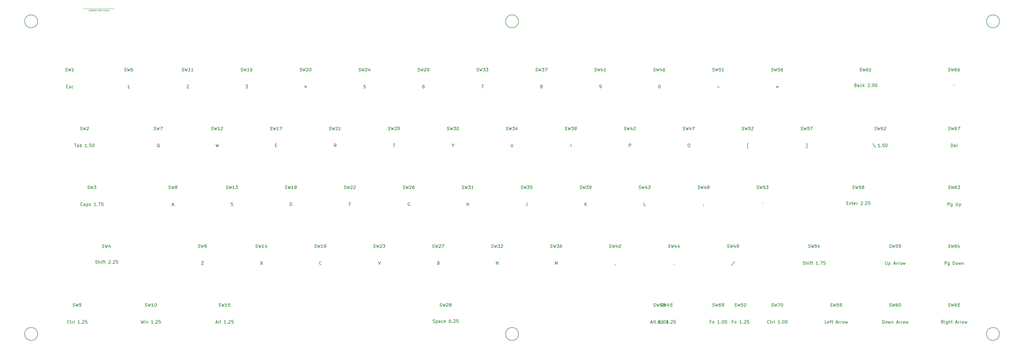
<source format=gbr>
G04 #@! TF.GenerationSoftware,KiCad,Pcbnew,(5.1.5)-3*
G04 #@! TF.CreationDate,2020-03-18T20:23:38-05:00*
G04 #@! TF.ProjectId,Advanced-PCB,41647661-6e63-4656-942d-5043422e6b69,rev?*
G04 #@! TF.SameCoordinates,Original*
G04 #@! TF.FileFunction,Other,Comment*
%FSLAX46Y46*%
G04 Gerber Fmt 4.6, Leading zero omitted, Abs format (unit mm)*
G04 Created by KiCad (PCBNEW (5.1.5)-3) date 2020-03-18 20:23:38*
%MOMM*%
%LPD*%
G04 APERTURE LIST*
%ADD10C,0.150000*%
%ADD11C,0.120000*%
%ADD12C,0.125000*%
G04 APERTURE END LIST*
D10*
X14992980Y-145186740D02*
G75*
G03X14992980Y-145186740I-2100000J0D01*
G01*
X170392720Y-43944880D02*
G75*
G03X170392720Y-43944880I-2100000J0D01*
G01*
X170387640Y-145186740D02*
G75*
G03X170387640Y-145186740I-2100000J0D01*
G01*
X325789920Y-145194360D02*
G75*
G03X325789920Y-145194360I-2100000J0D01*
G01*
X325787380Y-43937260D02*
G75*
G03X325787380Y-43937260I-2100000J0D01*
G01*
X14992980Y-43929640D02*
G75*
G03X14992980Y-43929640I-2100000J0D01*
G01*
D11*
X29750000Y-39800000D02*
X39750000Y-39800000D01*
D10*
X26353883Y-136254761D02*
X26490788Y-136302380D01*
X26728883Y-136302380D01*
X26830074Y-136254761D01*
X26883645Y-136207142D01*
X26943169Y-136111904D01*
X26955074Y-136016666D01*
X26919360Y-135921428D01*
X26877693Y-135873809D01*
X26788407Y-135826190D01*
X26603883Y-135778571D01*
X26514598Y-135730952D01*
X26472931Y-135683333D01*
X26437217Y-135588095D01*
X26449122Y-135492857D01*
X26508645Y-135397619D01*
X26562217Y-135350000D01*
X26663407Y-135302380D01*
X26901502Y-135302380D01*
X27038407Y-135350000D01*
X27377693Y-135302380D02*
X27490788Y-136302380D01*
X27770550Y-135588095D01*
X27871741Y-136302380D01*
X28234836Y-135302380D01*
X29091979Y-135302380D02*
X28615788Y-135302380D01*
X28508645Y-135778571D01*
X28562217Y-135730952D01*
X28663407Y-135683333D01*
X28901502Y-135683333D01*
X28990788Y-135730952D01*
X29032455Y-135778571D01*
X29068169Y-135873809D01*
X29038407Y-136111904D01*
X28978883Y-136207142D01*
X28925312Y-136254761D01*
X28824122Y-136302380D01*
X28586026Y-136302380D01*
X28496741Y-136254761D01*
X28455074Y-136207142D01*
X25186011Y-141668142D02*
X25138392Y-141715761D01*
X24995535Y-141763380D01*
X24900297Y-141763380D01*
X24757440Y-141715761D01*
X24662202Y-141620523D01*
X24614583Y-141525285D01*
X24566964Y-141334809D01*
X24566964Y-141191952D01*
X24614583Y-141001476D01*
X24662202Y-140906238D01*
X24757440Y-140811000D01*
X24900297Y-140763380D01*
X24995535Y-140763380D01*
X25138392Y-140811000D01*
X25186011Y-140858619D01*
X25471726Y-141096714D02*
X25852678Y-141096714D01*
X25614583Y-140763380D02*
X25614583Y-141620523D01*
X25662202Y-141715761D01*
X25757440Y-141763380D01*
X25852678Y-141763380D01*
X26186011Y-141763380D02*
X26186011Y-141096714D01*
X26186011Y-141287190D02*
X26233630Y-141191952D01*
X26281249Y-141144333D01*
X26376488Y-141096714D01*
X26471726Y-141096714D01*
X26947916Y-141763380D02*
X26852678Y-141715761D01*
X26805059Y-141620523D01*
X26805059Y-140763380D01*
X28614583Y-141763380D02*
X28043154Y-141763380D01*
X28328869Y-141763380D02*
X28328869Y-140763380D01*
X28233630Y-140906238D01*
X28138392Y-141001476D01*
X28043154Y-141049095D01*
X29043154Y-141668142D02*
X29090773Y-141715761D01*
X29043154Y-141763380D01*
X28995535Y-141715761D01*
X29043154Y-141668142D01*
X29043154Y-141763380D01*
X29471726Y-140858619D02*
X29519345Y-140811000D01*
X29614583Y-140763380D01*
X29852678Y-140763380D01*
X29947916Y-140811000D01*
X29995535Y-140858619D01*
X30043154Y-140953857D01*
X30043154Y-141049095D01*
X29995535Y-141191952D01*
X29424107Y-141763380D01*
X30043154Y-141763380D01*
X30947916Y-140763380D02*
X30471726Y-140763380D01*
X30424107Y-141239571D01*
X30471726Y-141191952D01*
X30566964Y-141144333D01*
X30805059Y-141144333D01*
X30900297Y-141191952D01*
X30947916Y-141239571D01*
X30995535Y-141334809D01*
X30995535Y-141572904D01*
X30947916Y-141668142D01*
X30900297Y-141715761D01*
X30805059Y-141763380D01*
X30566964Y-141763380D01*
X30471726Y-141715761D01*
X30424107Y-141668142D01*
X309246443Y-60054761D02*
X309383348Y-60102380D01*
X309621443Y-60102380D01*
X309722633Y-60054761D01*
X309776205Y-60007142D01*
X309835729Y-59911904D01*
X309847633Y-59816666D01*
X309811919Y-59721428D01*
X309770252Y-59673809D01*
X309680967Y-59626190D01*
X309496443Y-59578571D01*
X309407157Y-59530952D01*
X309365491Y-59483333D01*
X309329776Y-59388095D01*
X309341681Y-59292857D01*
X309401205Y-59197619D01*
X309454776Y-59150000D01*
X309555967Y-59102380D01*
X309794062Y-59102380D01*
X309930967Y-59150000D01*
X310270252Y-59102380D02*
X310383348Y-60102380D01*
X310663110Y-59388095D01*
X310764300Y-60102380D01*
X311127395Y-59102380D01*
X311936919Y-59102380D02*
X311746443Y-59102380D01*
X311645252Y-59150000D01*
X311591681Y-59197619D01*
X311478586Y-59340476D01*
X311407157Y-59530952D01*
X311359538Y-59911904D01*
X311395252Y-60007142D01*
X311436919Y-60054761D01*
X311526205Y-60102380D01*
X311716681Y-60102380D01*
X311817872Y-60054761D01*
X311871443Y-60007142D01*
X311930967Y-59911904D01*
X311960729Y-59673809D01*
X311925014Y-59578571D01*
X311883348Y-59530952D01*
X311794062Y-59483333D01*
X311603586Y-59483333D01*
X311502395Y-59530952D01*
X311448824Y-59578571D01*
X311389300Y-59673809D01*
X312889300Y-59102380D02*
X312698824Y-59102380D01*
X312597633Y-59150000D01*
X312544062Y-59197619D01*
X312430967Y-59340476D01*
X312359538Y-59530952D01*
X312311919Y-59911904D01*
X312347633Y-60007142D01*
X312389300Y-60054761D01*
X312478586Y-60102380D01*
X312669062Y-60102380D01*
X312770252Y-60054761D01*
X312823824Y-60007142D01*
X312883348Y-59911904D01*
X312913110Y-59673809D01*
X312877395Y-59578571D01*
X312835729Y-59530952D01*
X312746443Y-59483333D01*
X312555967Y-59483333D01*
X312454776Y-59530952D01*
X312401205Y-59578571D01*
X312341681Y-59673809D01*
X311054761Y-64515761D02*
X311197619Y-64658619D01*
X49690193Y-136254761D02*
X49827098Y-136302380D01*
X50065193Y-136302380D01*
X50166383Y-136254761D01*
X50219955Y-136207142D01*
X50279479Y-136111904D01*
X50291383Y-136016666D01*
X50255669Y-135921428D01*
X50214002Y-135873809D01*
X50124717Y-135826190D01*
X49940193Y-135778571D01*
X49850907Y-135730952D01*
X49809241Y-135683333D01*
X49773526Y-135588095D01*
X49785431Y-135492857D01*
X49844955Y-135397619D01*
X49898526Y-135350000D01*
X49999717Y-135302380D01*
X50237812Y-135302380D01*
X50374717Y-135350000D01*
X50714002Y-135302380D02*
X50827098Y-136302380D01*
X51106860Y-135588095D01*
X51208050Y-136302380D01*
X51571145Y-135302380D01*
X52350907Y-136302380D02*
X51779479Y-136302380D01*
X52065193Y-136302380D02*
X52190193Y-135302380D01*
X52077098Y-135445238D01*
X51969955Y-135540476D01*
X51868764Y-135588095D01*
X53094955Y-135302380D02*
X53190193Y-135302380D01*
X53279479Y-135350000D01*
X53321145Y-135397619D01*
X53356860Y-135492857D01*
X53380669Y-135683333D01*
X53350907Y-135921428D01*
X53279479Y-136111904D01*
X53219955Y-136207142D01*
X53166383Y-136254761D01*
X53065193Y-136302380D01*
X52969955Y-136302380D01*
X52880669Y-136254761D01*
X52839002Y-136207142D01*
X52803288Y-136111904D01*
X52779479Y-135921428D01*
X52809241Y-135683333D01*
X52880669Y-135492857D01*
X52940193Y-135397619D01*
X52993764Y-135350000D01*
X53094955Y-135302380D01*
X48427083Y-140763380D02*
X48665178Y-141763380D01*
X48855654Y-141049095D01*
X49046130Y-141763380D01*
X49284226Y-140763380D01*
X49665178Y-141763380D02*
X49665178Y-141096714D01*
X49665178Y-140763380D02*
X49617559Y-140811000D01*
X49665178Y-140858619D01*
X49712797Y-140811000D01*
X49665178Y-140763380D01*
X49665178Y-140858619D01*
X50141369Y-141096714D02*
X50141369Y-141763380D01*
X50141369Y-141191952D02*
X50188988Y-141144333D01*
X50284226Y-141096714D01*
X50427083Y-141096714D01*
X50522321Y-141144333D01*
X50569940Y-141239571D01*
X50569940Y-141763380D01*
X52331845Y-141763380D02*
X51760416Y-141763380D01*
X52046130Y-141763380D02*
X52046130Y-140763380D01*
X51950892Y-140906238D01*
X51855654Y-141001476D01*
X51760416Y-141049095D01*
X52760416Y-141668142D02*
X52808035Y-141715761D01*
X52760416Y-141763380D01*
X52712797Y-141715761D01*
X52760416Y-141668142D01*
X52760416Y-141763380D01*
X53188988Y-140858619D02*
X53236607Y-140811000D01*
X53331845Y-140763380D01*
X53569940Y-140763380D01*
X53665178Y-140811000D01*
X53712797Y-140858619D01*
X53760416Y-140953857D01*
X53760416Y-141049095D01*
X53712797Y-141191952D01*
X53141369Y-141763380D01*
X53760416Y-141763380D01*
X54665178Y-140763380D02*
X54188988Y-140763380D01*
X54141369Y-141239571D01*
X54188988Y-141191952D01*
X54284226Y-141144333D01*
X54522321Y-141144333D01*
X54617559Y-141191952D01*
X54665178Y-141239571D01*
X54712797Y-141334809D01*
X54712797Y-141572904D01*
X54665178Y-141668142D01*
X54617559Y-141715761D01*
X54522321Y-141763380D01*
X54284226Y-141763380D01*
X54188988Y-141715761D01*
X54141369Y-141668142D01*
X233046443Y-136254761D02*
X233183348Y-136302380D01*
X233421443Y-136302380D01*
X233522633Y-136254761D01*
X233576205Y-136207142D01*
X233635729Y-136111904D01*
X233647633Y-136016666D01*
X233611919Y-135921428D01*
X233570252Y-135873809D01*
X233480967Y-135826190D01*
X233296443Y-135778571D01*
X233207157Y-135730952D01*
X233165491Y-135683333D01*
X233129776Y-135588095D01*
X233141681Y-135492857D01*
X233201205Y-135397619D01*
X233254776Y-135350000D01*
X233355967Y-135302380D01*
X233594062Y-135302380D01*
X233730967Y-135350000D01*
X234070252Y-135302380D02*
X234183348Y-136302380D01*
X234463110Y-135588095D01*
X234564300Y-136302380D01*
X234927395Y-135302380D01*
X235736919Y-135302380D02*
X235546443Y-135302380D01*
X235445252Y-135350000D01*
X235391681Y-135397619D01*
X235278586Y-135540476D01*
X235207157Y-135730952D01*
X235159538Y-136111904D01*
X235195252Y-136207142D01*
X235236919Y-136254761D01*
X235326205Y-136302380D01*
X235516681Y-136302380D01*
X235617872Y-136254761D01*
X235671443Y-136207142D01*
X235730967Y-136111904D01*
X235760729Y-135873809D01*
X235725014Y-135778571D01*
X235683348Y-135730952D01*
X235594062Y-135683333D01*
X235403586Y-135683333D01*
X235302395Y-135730952D01*
X235248824Y-135778571D01*
X235189300Y-135873809D01*
X236183348Y-136302380D02*
X236373824Y-136302380D01*
X236475014Y-136254761D01*
X236528586Y-136207142D01*
X236641681Y-136064285D01*
X236713110Y-135873809D01*
X236760729Y-135492857D01*
X236725014Y-135397619D01*
X236683348Y-135350000D01*
X236594062Y-135302380D01*
X236403586Y-135302380D01*
X236302395Y-135350000D01*
X236248824Y-135397619D01*
X236189300Y-135492857D01*
X236159538Y-135730952D01*
X236195252Y-135826190D01*
X236236919Y-135873809D01*
X236326205Y-135921428D01*
X236516681Y-135921428D01*
X236617872Y-135873809D01*
X236671443Y-135826190D01*
X236730967Y-135730952D01*
X232592857Y-141239571D02*
X232259523Y-141239571D01*
X232259523Y-141763380D02*
X232259523Y-140763380D01*
X232735714Y-140763380D01*
X233116666Y-141096714D02*
X233116666Y-141763380D01*
X233116666Y-141191952D02*
X233164285Y-141144333D01*
X233259523Y-141096714D01*
X233402380Y-141096714D01*
X233497619Y-141144333D01*
X233545238Y-141239571D01*
X233545238Y-141763380D01*
X235307142Y-141763380D02*
X234735714Y-141763380D01*
X235021428Y-141763380D02*
X235021428Y-140763380D01*
X234926190Y-140906238D01*
X234830952Y-141001476D01*
X234735714Y-141049095D01*
X235735714Y-141668142D02*
X235783333Y-141715761D01*
X235735714Y-141763380D01*
X235688095Y-141715761D01*
X235735714Y-141668142D01*
X235735714Y-141763380D01*
X236402380Y-140763380D02*
X236497619Y-140763380D01*
X236592857Y-140811000D01*
X236640476Y-140858619D01*
X236688095Y-140953857D01*
X236735714Y-141144333D01*
X236735714Y-141382428D01*
X236688095Y-141572904D01*
X236640476Y-141668142D01*
X236592857Y-141715761D01*
X236497619Y-141763380D01*
X236402380Y-141763380D01*
X236307142Y-141715761D01*
X236259523Y-141668142D01*
X236211904Y-141572904D01*
X236164285Y-141382428D01*
X236164285Y-141144333D01*
X236211904Y-140953857D01*
X236259523Y-140858619D01*
X236307142Y-140811000D01*
X236402380Y-140763380D01*
X237354761Y-140763380D02*
X237450000Y-140763380D01*
X237545238Y-140811000D01*
X237592857Y-140858619D01*
X237640476Y-140953857D01*
X237688095Y-141144333D01*
X237688095Y-141382428D01*
X237640476Y-141572904D01*
X237592857Y-141668142D01*
X237545238Y-141715761D01*
X237450000Y-141763380D01*
X237354761Y-141763380D01*
X237259523Y-141715761D01*
X237211904Y-141668142D01*
X237164285Y-141572904D01*
X237116666Y-141382428D01*
X237116666Y-141144333D01*
X237164285Y-140953857D01*
X237211904Y-140858619D01*
X237259523Y-140811000D01*
X237354761Y-140763380D01*
X213996443Y-136254761D02*
X214133348Y-136302380D01*
X214371443Y-136302380D01*
X214472633Y-136254761D01*
X214526205Y-136207142D01*
X214585729Y-136111904D01*
X214597633Y-136016666D01*
X214561919Y-135921428D01*
X214520252Y-135873809D01*
X214430967Y-135826190D01*
X214246443Y-135778571D01*
X214157157Y-135730952D01*
X214115491Y-135683333D01*
X214079776Y-135588095D01*
X214091681Y-135492857D01*
X214151205Y-135397619D01*
X214204776Y-135350000D01*
X214305967Y-135302380D01*
X214544062Y-135302380D01*
X214680967Y-135350000D01*
X215020252Y-135302380D02*
X215133348Y-136302380D01*
X215413110Y-135588095D01*
X215514300Y-136302380D01*
X215877395Y-135302380D01*
X216686919Y-135302380D02*
X216496443Y-135302380D01*
X216395252Y-135350000D01*
X216341681Y-135397619D01*
X216228586Y-135540476D01*
X216157157Y-135730952D01*
X216109538Y-136111904D01*
X216145252Y-136207142D01*
X216186919Y-136254761D01*
X216276205Y-136302380D01*
X216466681Y-136302380D01*
X216567872Y-136254761D01*
X216621443Y-136207142D01*
X216680967Y-136111904D01*
X216710729Y-135873809D01*
X216675014Y-135778571D01*
X216633348Y-135730952D01*
X216544062Y-135683333D01*
X216353586Y-135683333D01*
X216252395Y-135730952D01*
X216198824Y-135778571D01*
X216139300Y-135873809D01*
X217300014Y-135730952D02*
X217210729Y-135683333D01*
X217169062Y-135635714D01*
X217133348Y-135540476D01*
X217139300Y-135492857D01*
X217198824Y-135397619D01*
X217252395Y-135350000D01*
X217353586Y-135302380D01*
X217544062Y-135302380D01*
X217633348Y-135350000D01*
X217675014Y-135397619D01*
X217710729Y-135492857D01*
X217704776Y-135540476D01*
X217645252Y-135635714D01*
X217591681Y-135683333D01*
X217490491Y-135730952D01*
X217300014Y-135730952D01*
X217198824Y-135778571D01*
X217145252Y-135826190D01*
X217085729Y-135921428D01*
X217061919Y-136111904D01*
X217097633Y-136207142D01*
X217139300Y-136254761D01*
X217228586Y-136302380D01*
X217419062Y-136302380D01*
X217520252Y-136254761D01*
X217573824Y-136207142D01*
X217633348Y-136111904D01*
X217657157Y-135921428D01*
X217621443Y-135826190D01*
X217579776Y-135778571D01*
X217490491Y-135730952D01*
X213066666Y-141477666D02*
X213542857Y-141477666D01*
X212971428Y-141763380D02*
X213304761Y-140763380D01*
X213638095Y-141763380D01*
X214114285Y-141763380D02*
X214019047Y-141715761D01*
X213971428Y-141620523D01*
X213971428Y-140763380D01*
X214352380Y-141096714D02*
X214733333Y-141096714D01*
X214495238Y-140763380D02*
X214495238Y-141620523D01*
X214542857Y-141715761D01*
X214638095Y-141763380D01*
X214733333Y-141763380D01*
X216352380Y-141763380D02*
X215780952Y-141763380D01*
X216066666Y-141763380D02*
X216066666Y-140763380D01*
X215971428Y-140906238D01*
X215876190Y-141001476D01*
X215780952Y-141049095D01*
X216780952Y-141668142D02*
X216828571Y-141715761D01*
X216780952Y-141763380D01*
X216733333Y-141715761D01*
X216780952Y-141668142D01*
X216780952Y-141763380D01*
X217447619Y-140763380D02*
X217542857Y-140763380D01*
X217638095Y-140811000D01*
X217685714Y-140858619D01*
X217733333Y-140953857D01*
X217780952Y-141144333D01*
X217780952Y-141382428D01*
X217733333Y-141572904D01*
X217685714Y-141668142D01*
X217638095Y-141715761D01*
X217542857Y-141763380D01*
X217447619Y-141763380D01*
X217352380Y-141715761D01*
X217304761Y-141668142D01*
X217257142Y-141572904D01*
X217209523Y-141382428D01*
X217209523Y-141144333D01*
X217257142Y-140953857D01*
X217304761Y-140858619D01*
X217352380Y-140811000D01*
X217447619Y-140763380D01*
X218400000Y-140763380D02*
X218495238Y-140763380D01*
X218590476Y-140811000D01*
X218638095Y-140858619D01*
X218685714Y-140953857D01*
X218733333Y-141144333D01*
X218733333Y-141382428D01*
X218685714Y-141572904D01*
X218638095Y-141668142D01*
X218590476Y-141715761D01*
X218495238Y-141763380D01*
X218400000Y-141763380D01*
X218304761Y-141715761D01*
X218257142Y-141668142D01*
X218209523Y-141572904D01*
X218161904Y-141382428D01*
X218161904Y-141144333D01*
X218209523Y-140953857D01*
X218257142Y-140858619D01*
X218304761Y-140811000D01*
X218400000Y-140763380D01*
X252096443Y-136254761D02*
X252233348Y-136302380D01*
X252471443Y-136302380D01*
X252572633Y-136254761D01*
X252626205Y-136207142D01*
X252685729Y-136111904D01*
X252697633Y-136016666D01*
X252661919Y-135921428D01*
X252620252Y-135873809D01*
X252530967Y-135826190D01*
X252346443Y-135778571D01*
X252257157Y-135730952D01*
X252215491Y-135683333D01*
X252179776Y-135588095D01*
X252191681Y-135492857D01*
X252251205Y-135397619D01*
X252304776Y-135350000D01*
X252405967Y-135302380D01*
X252644062Y-135302380D01*
X252780967Y-135350000D01*
X253120252Y-135302380D02*
X253233348Y-136302380D01*
X253513110Y-135588095D01*
X253614300Y-136302380D01*
X253977395Y-135302380D01*
X254263110Y-135302380D02*
X254929776Y-135302380D01*
X254376205Y-136302380D01*
X255501205Y-135302380D02*
X255596443Y-135302380D01*
X255685729Y-135350000D01*
X255727395Y-135397619D01*
X255763110Y-135492857D01*
X255786919Y-135683333D01*
X255757157Y-135921428D01*
X255685729Y-136111904D01*
X255626205Y-136207142D01*
X255572633Y-136254761D01*
X255471443Y-136302380D01*
X255376205Y-136302380D01*
X255286919Y-136254761D01*
X255245252Y-136207142D01*
X255209538Y-136111904D01*
X255185729Y-135921428D01*
X255215491Y-135683333D01*
X255286919Y-135492857D01*
X255346443Y-135397619D01*
X255400014Y-135350000D01*
X255501205Y-135302380D01*
X251404761Y-141668142D02*
X251357142Y-141715761D01*
X251214285Y-141763380D01*
X251119047Y-141763380D01*
X250976190Y-141715761D01*
X250880952Y-141620523D01*
X250833333Y-141525285D01*
X250785714Y-141334809D01*
X250785714Y-141191952D01*
X250833333Y-141001476D01*
X250880952Y-140906238D01*
X250976190Y-140811000D01*
X251119047Y-140763380D01*
X251214285Y-140763380D01*
X251357142Y-140811000D01*
X251404761Y-140858619D01*
X251690476Y-141096714D02*
X252071428Y-141096714D01*
X251833333Y-140763380D02*
X251833333Y-141620523D01*
X251880952Y-141715761D01*
X251976190Y-141763380D01*
X252071428Y-141763380D01*
X252404761Y-141763380D02*
X252404761Y-141096714D01*
X252404761Y-141287190D02*
X252452380Y-141191952D01*
X252500000Y-141144333D01*
X252595238Y-141096714D01*
X252690476Y-141096714D01*
X253166666Y-141763380D02*
X253071428Y-141715761D01*
X253023809Y-141620523D01*
X253023809Y-140763380D01*
X254833333Y-141763380D02*
X254261904Y-141763380D01*
X254547619Y-141763380D02*
X254547619Y-140763380D01*
X254452380Y-140906238D01*
X254357142Y-141001476D01*
X254261904Y-141049095D01*
X255261904Y-141668142D02*
X255309523Y-141715761D01*
X255261904Y-141763380D01*
X255214285Y-141715761D01*
X255261904Y-141668142D01*
X255261904Y-141763380D01*
X255928571Y-140763380D02*
X256023809Y-140763380D01*
X256119047Y-140811000D01*
X256166666Y-140858619D01*
X256214285Y-140953857D01*
X256261904Y-141144333D01*
X256261904Y-141382428D01*
X256214285Y-141572904D01*
X256166666Y-141668142D01*
X256119047Y-141715761D01*
X256023809Y-141763380D01*
X255928571Y-141763380D01*
X255833333Y-141715761D01*
X255785714Y-141668142D01*
X255738095Y-141572904D01*
X255690476Y-141382428D01*
X255690476Y-141144333D01*
X255738095Y-140953857D01*
X255785714Y-140858619D01*
X255833333Y-140811000D01*
X255928571Y-140763380D01*
X256880952Y-140763380D02*
X256976190Y-140763380D01*
X257071428Y-140811000D01*
X257119047Y-140858619D01*
X257166666Y-140953857D01*
X257214285Y-141144333D01*
X257214285Y-141382428D01*
X257166666Y-141572904D01*
X257119047Y-141668142D01*
X257071428Y-141715761D01*
X256976190Y-141763380D01*
X256880952Y-141763380D01*
X256785714Y-141715761D01*
X256738095Y-141668142D01*
X256690476Y-141572904D01*
X256642857Y-141382428D01*
X256642857Y-141144333D01*
X256690476Y-140953857D01*
X256738095Y-140858619D01*
X256785714Y-140811000D01*
X256880952Y-140763380D01*
X85408943Y-117204761D02*
X85545848Y-117252380D01*
X85783943Y-117252380D01*
X85885133Y-117204761D01*
X85938705Y-117157142D01*
X85998229Y-117061904D01*
X86010133Y-116966666D01*
X85974419Y-116871428D01*
X85932752Y-116823809D01*
X85843467Y-116776190D01*
X85658943Y-116728571D01*
X85569657Y-116680952D01*
X85527991Y-116633333D01*
X85492276Y-116538095D01*
X85504181Y-116442857D01*
X85563705Y-116347619D01*
X85617276Y-116300000D01*
X85718467Y-116252380D01*
X85956562Y-116252380D01*
X86093467Y-116300000D01*
X86432752Y-116252380D02*
X86545848Y-117252380D01*
X86825610Y-116538095D01*
X86926800Y-117252380D01*
X87289895Y-116252380D01*
X88069657Y-117252380D02*
X87498229Y-117252380D01*
X87783943Y-117252380D02*
X87908943Y-116252380D01*
X87795848Y-116395238D01*
X87688705Y-116490476D01*
X87587514Y-116538095D01*
X89010133Y-116585714D02*
X88926800Y-117252380D01*
X88819657Y-116204761D02*
X88492276Y-116919047D01*
X89111324Y-116919047D01*
X86979166Y-121713380D02*
X87645833Y-122713380D01*
X87645833Y-121713380D02*
X86979166Y-122713380D01*
X71121443Y-79104761D02*
X71258348Y-79152380D01*
X71496443Y-79152380D01*
X71597633Y-79104761D01*
X71651205Y-79057142D01*
X71710729Y-78961904D01*
X71722633Y-78866666D01*
X71686919Y-78771428D01*
X71645252Y-78723809D01*
X71555967Y-78676190D01*
X71371443Y-78628571D01*
X71282157Y-78580952D01*
X71240491Y-78533333D01*
X71204776Y-78438095D01*
X71216681Y-78342857D01*
X71276205Y-78247619D01*
X71329776Y-78200000D01*
X71430967Y-78152380D01*
X71669062Y-78152380D01*
X71805967Y-78200000D01*
X72145252Y-78152380D02*
X72258348Y-79152380D01*
X72538110Y-78438095D01*
X72639300Y-79152380D01*
X73002395Y-78152380D01*
X73782157Y-79152380D02*
X73210729Y-79152380D01*
X73496443Y-79152380D02*
X73621443Y-78152380D01*
X73508348Y-78295238D01*
X73401205Y-78390476D01*
X73300014Y-78438095D01*
X74276205Y-78247619D02*
X74329776Y-78200000D01*
X74430967Y-78152380D01*
X74669062Y-78152380D01*
X74758348Y-78200000D01*
X74800014Y-78247619D01*
X74835729Y-78342857D01*
X74823824Y-78438095D01*
X74758348Y-78580952D01*
X74115491Y-79152380D01*
X74734538Y-79152380D01*
X72596428Y-83613380D02*
X72834523Y-84613380D01*
X73025000Y-83899095D01*
X73215476Y-84613380D01*
X73453571Y-83613380D01*
X240190193Y-136254761D02*
X240327098Y-136302380D01*
X240565193Y-136302380D01*
X240666383Y-136254761D01*
X240719955Y-136207142D01*
X240779479Y-136111904D01*
X240791383Y-136016666D01*
X240755669Y-135921428D01*
X240714002Y-135873809D01*
X240624717Y-135826190D01*
X240440193Y-135778571D01*
X240350907Y-135730952D01*
X240309241Y-135683333D01*
X240273526Y-135588095D01*
X240285431Y-135492857D01*
X240344955Y-135397619D01*
X240398526Y-135350000D01*
X240499717Y-135302380D01*
X240737812Y-135302380D01*
X240874717Y-135350000D01*
X241214002Y-135302380D02*
X241327098Y-136302380D01*
X241606860Y-135588095D01*
X241708050Y-136302380D01*
X242071145Y-135302380D01*
X242928288Y-135302380D02*
X242452098Y-135302380D01*
X242344955Y-135778571D01*
X242398526Y-135730952D01*
X242499717Y-135683333D01*
X242737812Y-135683333D01*
X242827098Y-135730952D01*
X242868764Y-135778571D01*
X242904479Y-135873809D01*
X242874717Y-136111904D01*
X242815193Y-136207142D01*
X242761622Y-136254761D01*
X242660431Y-136302380D01*
X242422336Y-136302380D01*
X242333050Y-136254761D01*
X242291383Y-136207142D01*
X243594955Y-135302380D02*
X243690193Y-135302380D01*
X243779479Y-135350000D01*
X243821145Y-135397619D01*
X243856860Y-135492857D01*
X243880669Y-135683333D01*
X243850907Y-135921428D01*
X243779479Y-136111904D01*
X243719955Y-136207142D01*
X243666383Y-136254761D01*
X243565193Y-136302380D01*
X243469955Y-136302380D01*
X243380669Y-136254761D01*
X243339002Y-136207142D01*
X243303288Y-136111904D01*
X243279479Y-135921428D01*
X243309241Y-135683333D01*
X243380669Y-135492857D01*
X243440193Y-135397619D01*
X243493764Y-135350000D01*
X243594955Y-135302380D01*
X239736607Y-141239571D02*
X239403273Y-141239571D01*
X239403273Y-141763380D02*
X239403273Y-140763380D01*
X239879464Y-140763380D01*
X240260416Y-141096714D02*
X240260416Y-141763380D01*
X240260416Y-141191952D02*
X240308035Y-141144333D01*
X240403273Y-141096714D01*
X240546130Y-141096714D01*
X240641369Y-141144333D01*
X240688988Y-141239571D01*
X240688988Y-141763380D01*
X242450892Y-141763380D02*
X241879464Y-141763380D01*
X242165178Y-141763380D02*
X242165178Y-140763380D01*
X242069940Y-140906238D01*
X241974702Y-141001476D01*
X241879464Y-141049095D01*
X242879464Y-141668142D02*
X242927083Y-141715761D01*
X242879464Y-141763380D01*
X242831845Y-141715761D01*
X242879464Y-141668142D01*
X242879464Y-141763380D01*
X243308035Y-140858619D02*
X243355654Y-140811000D01*
X243450892Y-140763380D01*
X243688988Y-140763380D01*
X243784226Y-140811000D01*
X243831845Y-140858619D01*
X243879464Y-140953857D01*
X243879464Y-141049095D01*
X243831845Y-141191952D01*
X243260416Y-141763380D01*
X243879464Y-141763380D01*
X244784226Y-140763380D02*
X244308035Y-140763380D01*
X244260416Y-141239571D01*
X244308035Y-141191952D01*
X244403273Y-141144333D01*
X244641369Y-141144333D01*
X244736607Y-141191952D01*
X244784226Y-141239571D01*
X244831845Y-141334809D01*
X244831845Y-141572904D01*
X244784226Y-141668142D01*
X244736607Y-141715761D01*
X244641369Y-141763380D01*
X244403273Y-141763380D01*
X244308035Y-141715761D01*
X244260416Y-141668142D01*
X216377693Y-136254761D02*
X216514598Y-136302380D01*
X216752693Y-136302380D01*
X216853883Y-136254761D01*
X216907455Y-136207142D01*
X216966979Y-136111904D01*
X216978883Y-136016666D01*
X216943169Y-135921428D01*
X216901502Y-135873809D01*
X216812217Y-135826190D01*
X216627693Y-135778571D01*
X216538407Y-135730952D01*
X216496741Y-135683333D01*
X216461026Y-135588095D01*
X216472931Y-135492857D01*
X216532455Y-135397619D01*
X216586026Y-135350000D01*
X216687217Y-135302380D01*
X216925312Y-135302380D01*
X217062217Y-135350000D01*
X217401502Y-135302380D02*
X217514598Y-136302380D01*
X217794360Y-135588095D01*
X217895550Y-136302380D01*
X218258645Y-135302380D01*
X219026502Y-135635714D02*
X218943169Y-136302380D01*
X218836026Y-135254761D02*
X218508645Y-135969047D01*
X219127693Y-135969047D01*
X220068169Y-135302380D02*
X219591979Y-135302380D01*
X219484836Y-135778571D01*
X219538407Y-135730952D01*
X219639598Y-135683333D01*
X219877693Y-135683333D01*
X219966979Y-135730952D01*
X220008645Y-135778571D01*
X220044360Y-135873809D01*
X220014598Y-136111904D01*
X219955074Y-136207142D01*
X219901502Y-136254761D01*
X219800312Y-136302380D01*
X219562217Y-136302380D01*
X219472931Y-136254761D01*
X219431264Y-136207142D01*
X215447916Y-141477666D02*
X215924107Y-141477666D01*
X215352678Y-141763380D02*
X215686011Y-140763380D01*
X216019345Y-141763380D01*
X216495535Y-141763380D02*
X216400297Y-141715761D01*
X216352678Y-141620523D01*
X216352678Y-140763380D01*
X216733630Y-141096714D02*
X217114583Y-141096714D01*
X216876488Y-140763380D02*
X216876488Y-141620523D01*
X216924107Y-141715761D01*
X217019345Y-141763380D01*
X217114583Y-141763380D01*
X218733630Y-141763380D02*
X218162202Y-141763380D01*
X218447916Y-141763380D02*
X218447916Y-140763380D01*
X218352678Y-140906238D01*
X218257440Y-141001476D01*
X218162202Y-141049095D01*
X219162202Y-141668142D02*
X219209821Y-141715761D01*
X219162202Y-141763380D01*
X219114583Y-141715761D01*
X219162202Y-141668142D01*
X219162202Y-141763380D01*
X219590773Y-140858619D02*
X219638392Y-140811000D01*
X219733630Y-140763380D01*
X219971726Y-140763380D01*
X220066964Y-140811000D01*
X220114583Y-140858619D01*
X220162202Y-140953857D01*
X220162202Y-141049095D01*
X220114583Y-141191952D01*
X219543154Y-141763380D01*
X220162202Y-141763380D01*
X221066964Y-140763380D02*
X220590773Y-140763380D01*
X220543154Y-141239571D01*
X220590773Y-141191952D01*
X220686011Y-141144333D01*
X220924107Y-141144333D01*
X221019345Y-141191952D01*
X221066964Y-141239571D01*
X221114583Y-141334809D01*
X221114583Y-141572904D01*
X221066964Y-141668142D01*
X221019345Y-141715761D01*
X220924107Y-141763380D01*
X220686011Y-141763380D01*
X220590773Y-141715761D01*
X220543154Y-141668142D01*
X35878883Y-117204761D02*
X36015788Y-117252380D01*
X36253883Y-117252380D01*
X36355074Y-117204761D01*
X36408645Y-117157142D01*
X36468169Y-117061904D01*
X36480074Y-116966666D01*
X36444360Y-116871428D01*
X36402693Y-116823809D01*
X36313407Y-116776190D01*
X36128883Y-116728571D01*
X36039598Y-116680952D01*
X35997931Y-116633333D01*
X35962217Y-116538095D01*
X35974122Y-116442857D01*
X36033645Y-116347619D01*
X36087217Y-116300000D01*
X36188407Y-116252380D01*
X36426502Y-116252380D01*
X36563407Y-116300000D01*
X36902693Y-116252380D02*
X37015788Y-117252380D01*
X37295550Y-116538095D01*
X37396741Y-117252380D01*
X37759836Y-116252380D01*
X38527693Y-116585714D02*
X38444360Y-117252380D01*
X38337217Y-116204761D02*
X38009836Y-116919047D01*
X38628883Y-116919047D01*
X33711011Y-122329761D02*
X33853869Y-122377380D01*
X34091964Y-122377380D01*
X34187202Y-122329761D01*
X34234821Y-122282142D01*
X34282440Y-122186904D01*
X34282440Y-122091666D01*
X34234821Y-121996428D01*
X34187202Y-121948809D01*
X34091964Y-121901190D01*
X33901488Y-121853571D01*
X33806250Y-121805952D01*
X33758630Y-121758333D01*
X33711011Y-121663095D01*
X33711011Y-121567857D01*
X33758630Y-121472619D01*
X33806250Y-121425000D01*
X33901488Y-121377380D01*
X34139583Y-121377380D01*
X34282440Y-121425000D01*
X34711011Y-122377380D02*
X34711011Y-121377380D01*
X35139583Y-122377380D02*
X35139583Y-121853571D01*
X35091964Y-121758333D01*
X34996726Y-121710714D01*
X34853869Y-121710714D01*
X34758630Y-121758333D01*
X34711011Y-121805952D01*
X35615773Y-122377380D02*
X35615773Y-121710714D01*
X35615773Y-121377380D02*
X35568154Y-121425000D01*
X35615773Y-121472619D01*
X35663392Y-121425000D01*
X35615773Y-121377380D01*
X35615773Y-121472619D01*
X35949107Y-121710714D02*
X36330059Y-121710714D01*
X36091964Y-122377380D02*
X36091964Y-121520238D01*
X36139583Y-121425000D01*
X36234821Y-121377380D01*
X36330059Y-121377380D01*
X36520535Y-121710714D02*
X36901488Y-121710714D01*
X36663392Y-121377380D02*
X36663392Y-122234523D01*
X36711011Y-122329761D01*
X36806250Y-122377380D01*
X36901488Y-122377380D01*
X37949107Y-121472619D02*
X37996726Y-121425000D01*
X38091964Y-121377380D01*
X38330059Y-121377380D01*
X38425297Y-121425000D01*
X38472916Y-121472619D01*
X38520535Y-121567857D01*
X38520535Y-121663095D01*
X38472916Y-121805952D01*
X37901488Y-122377380D01*
X38520535Y-122377380D01*
X38949107Y-122282142D02*
X38996726Y-122329761D01*
X38949107Y-122377380D01*
X38901488Y-122329761D01*
X38949107Y-122282142D01*
X38949107Y-122377380D01*
X39377678Y-121472619D02*
X39425297Y-121425000D01*
X39520535Y-121377380D01*
X39758630Y-121377380D01*
X39853869Y-121425000D01*
X39901488Y-121472619D01*
X39949107Y-121567857D01*
X39949107Y-121663095D01*
X39901488Y-121805952D01*
X39330059Y-122377380D01*
X39949107Y-122377380D01*
X40853869Y-121377380D02*
X40377678Y-121377380D01*
X40330059Y-121853571D01*
X40377678Y-121805952D01*
X40472916Y-121758333D01*
X40711011Y-121758333D01*
X40806250Y-121805952D01*
X40853869Y-121853571D01*
X40901488Y-121948809D01*
X40901488Y-122186904D01*
X40853869Y-122282142D01*
X40806250Y-122329761D01*
X40711011Y-122377380D01*
X40472916Y-122377380D01*
X40377678Y-122329761D01*
X40330059Y-122282142D01*
X31116383Y-98154761D02*
X31253288Y-98202380D01*
X31491383Y-98202380D01*
X31592574Y-98154761D01*
X31646145Y-98107142D01*
X31705669Y-98011904D01*
X31717574Y-97916666D01*
X31681860Y-97821428D01*
X31640193Y-97773809D01*
X31550907Y-97726190D01*
X31366383Y-97678571D01*
X31277098Y-97630952D01*
X31235431Y-97583333D01*
X31199717Y-97488095D01*
X31211622Y-97392857D01*
X31271145Y-97297619D01*
X31324717Y-97250000D01*
X31425907Y-97202380D01*
X31664002Y-97202380D01*
X31800907Y-97250000D01*
X32140193Y-97202380D02*
X32253288Y-98202380D01*
X32533050Y-97488095D01*
X32634241Y-98202380D01*
X32997336Y-97202380D01*
X33283050Y-97202380D02*
X33902098Y-97202380D01*
X33521145Y-97583333D01*
X33664002Y-97583333D01*
X33753288Y-97630952D01*
X33794955Y-97678571D01*
X33830669Y-97773809D01*
X33800907Y-98011904D01*
X33741383Y-98107142D01*
X33687812Y-98154761D01*
X33586622Y-98202380D01*
X33300907Y-98202380D01*
X33211622Y-98154761D01*
X33169955Y-98107142D01*
X29496130Y-103568142D02*
X29448511Y-103615761D01*
X29305654Y-103663380D01*
X29210416Y-103663380D01*
X29067559Y-103615761D01*
X28972321Y-103520523D01*
X28924702Y-103425285D01*
X28877083Y-103234809D01*
X28877083Y-103091952D01*
X28924702Y-102901476D01*
X28972321Y-102806238D01*
X29067559Y-102711000D01*
X29210416Y-102663380D01*
X29305654Y-102663380D01*
X29448511Y-102711000D01*
X29496130Y-102758619D01*
X30353273Y-103663380D02*
X30353273Y-103139571D01*
X30305654Y-103044333D01*
X30210416Y-102996714D01*
X30019940Y-102996714D01*
X29924702Y-103044333D01*
X30353273Y-103615761D02*
X30258035Y-103663380D01*
X30019940Y-103663380D01*
X29924702Y-103615761D01*
X29877083Y-103520523D01*
X29877083Y-103425285D01*
X29924702Y-103330047D01*
X30019940Y-103282428D01*
X30258035Y-103282428D01*
X30353273Y-103234809D01*
X30829464Y-102996714D02*
X30829464Y-103996714D01*
X30829464Y-103044333D02*
X30924702Y-102996714D01*
X31115178Y-102996714D01*
X31210416Y-103044333D01*
X31258035Y-103091952D01*
X31305654Y-103187190D01*
X31305654Y-103472904D01*
X31258035Y-103568142D01*
X31210416Y-103615761D01*
X31115178Y-103663380D01*
X30924702Y-103663380D01*
X30829464Y-103615761D01*
X31686607Y-103615761D02*
X31781845Y-103663380D01*
X31972321Y-103663380D01*
X32067559Y-103615761D01*
X32115178Y-103520523D01*
X32115178Y-103472904D01*
X32067559Y-103377666D01*
X31972321Y-103330047D01*
X31829464Y-103330047D01*
X31734226Y-103282428D01*
X31686607Y-103187190D01*
X31686607Y-103139571D01*
X31734226Y-103044333D01*
X31829464Y-102996714D01*
X31972321Y-102996714D01*
X32067559Y-103044333D01*
X33829464Y-103663380D02*
X33258035Y-103663380D01*
X33543750Y-103663380D02*
X33543750Y-102663380D01*
X33448511Y-102806238D01*
X33353273Y-102901476D01*
X33258035Y-102949095D01*
X34258035Y-103568142D02*
X34305654Y-103615761D01*
X34258035Y-103663380D01*
X34210416Y-103615761D01*
X34258035Y-103568142D01*
X34258035Y-103663380D01*
X34638988Y-102663380D02*
X35305654Y-102663380D01*
X34877083Y-103663380D01*
X36162797Y-102663380D02*
X35686607Y-102663380D01*
X35638988Y-103139571D01*
X35686607Y-103091952D01*
X35781845Y-103044333D01*
X36019940Y-103044333D01*
X36115178Y-103091952D01*
X36162797Y-103139571D01*
X36210416Y-103234809D01*
X36210416Y-103472904D01*
X36162797Y-103568142D01*
X36115178Y-103615761D01*
X36019940Y-103663380D01*
X35781845Y-103663380D01*
X35686607Y-103615761D01*
X35638988Y-103568142D01*
X28735133Y-79104761D02*
X28872038Y-79152380D01*
X29110133Y-79152380D01*
X29211324Y-79104761D01*
X29264895Y-79057142D01*
X29324419Y-78961904D01*
X29336324Y-78866666D01*
X29300610Y-78771428D01*
X29258943Y-78723809D01*
X29169657Y-78676190D01*
X28985133Y-78628571D01*
X28895848Y-78580952D01*
X28854181Y-78533333D01*
X28818467Y-78438095D01*
X28830372Y-78342857D01*
X28889895Y-78247619D01*
X28943467Y-78200000D01*
X29044657Y-78152380D01*
X29282752Y-78152380D01*
X29419657Y-78200000D01*
X29758943Y-78152380D02*
X29872038Y-79152380D01*
X30151800Y-78438095D01*
X30252991Y-79152380D01*
X30616086Y-78152380D01*
X30937514Y-78247619D02*
X30991086Y-78200000D01*
X31092276Y-78152380D01*
X31330372Y-78152380D01*
X31419657Y-78200000D01*
X31461324Y-78247619D01*
X31497038Y-78342857D01*
X31485133Y-78438095D01*
X31419657Y-78580952D01*
X30776800Y-79152380D01*
X31395848Y-79152380D01*
X26924404Y-83613380D02*
X27495833Y-83613380D01*
X27210119Y-84613380D02*
X27210119Y-83613380D01*
X28257738Y-84613380D02*
X28257738Y-84089571D01*
X28210119Y-83994333D01*
X28114880Y-83946714D01*
X27924404Y-83946714D01*
X27829166Y-83994333D01*
X28257738Y-84565761D02*
X28162500Y-84613380D01*
X27924404Y-84613380D01*
X27829166Y-84565761D01*
X27781547Y-84470523D01*
X27781547Y-84375285D01*
X27829166Y-84280047D01*
X27924404Y-84232428D01*
X28162500Y-84232428D01*
X28257738Y-84184809D01*
X28733928Y-84613380D02*
X28733928Y-83613380D01*
X28733928Y-83994333D02*
X28829166Y-83946714D01*
X29019642Y-83946714D01*
X29114880Y-83994333D01*
X29162500Y-84041952D01*
X29210119Y-84137190D01*
X29210119Y-84422904D01*
X29162500Y-84518142D01*
X29114880Y-84565761D01*
X29019642Y-84613380D01*
X28829166Y-84613380D01*
X28733928Y-84565761D01*
X30924404Y-84613380D02*
X30352976Y-84613380D01*
X30638690Y-84613380D02*
X30638690Y-83613380D01*
X30543452Y-83756238D01*
X30448214Y-83851476D01*
X30352976Y-83899095D01*
X31352976Y-84518142D02*
X31400595Y-84565761D01*
X31352976Y-84613380D01*
X31305357Y-84565761D01*
X31352976Y-84518142D01*
X31352976Y-84613380D01*
X32305357Y-83613380D02*
X31829166Y-83613380D01*
X31781547Y-84089571D01*
X31829166Y-84041952D01*
X31924404Y-83994333D01*
X32162500Y-83994333D01*
X32257738Y-84041952D01*
X32305357Y-84089571D01*
X32352976Y-84184809D01*
X32352976Y-84422904D01*
X32305357Y-84518142D01*
X32257738Y-84565761D01*
X32162500Y-84613380D01*
X31924404Y-84613380D01*
X31829166Y-84565761D01*
X31781547Y-84518142D01*
X32972023Y-83613380D02*
X33067261Y-83613380D01*
X33162500Y-83661000D01*
X33210119Y-83708619D01*
X33257738Y-83803857D01*
X33305357Y-83994333D01*
X33305357Y-84232428D01*
X33257738Y-84422904D01*
X33210119Y-84518142D01*
X33162500Y-84565761D01*
X33067261Y-84613380D01*
X32972023Y-84613380D01*
X32876785Y-84565761D01*
X32829166Y-84518142D01*
X32781547Y-84422904D01*
X32733928Y-84232428D01*
X32733928Y-83994333D01*
X32781547Y-83803857D01*
X32829166Y-83708619D01*
X32876785Y-83661000D01*
X32972023Y-83613380D01*
X23972633Y-60054761D02*
X24109538Y-60102380D01*
X24347633Y-60102380D01*
X24448824Y-60054761D01*
X24502395Y-60007142D01*
X24561919Y-59911904D01*
X24573824Y-59816666D01*
X24538110Y-59721428D01*
X24496443Y-59673809D01*
X24407157Y-59626190D01*
X24222633Y-59578571D01*
X24133348Y-59530952D01*
X24091681Y-59483333D01*
X24055967Y-59388095D01*
X24067872Y-59292857D01*
X24127395Y-59197619D01*
X24180967Y-59150000D01*
X24282157Y-59102380D01*
X24520252Y-59102380D01*
X24657157Y-59150000D01*
X24996443Y-59102380D02*
X25109538Y-60102380D01*
X25389300Y-59388095D01*
X25490491Y-60102380D01*
X25853586Y-59102380D01*
X26633348Y-60102380D02*
X26061919Y-60102380D01*
X26347633Y-60102380D02*
X26472633Y-59102380D01*
X26359538Y-59245238D01*
X26252395Y-59340476D01*
X26151205Y-59388095D01*
X24352380Y-65039571D02*
X24685714Y-65039571D01*
X24828571Y-65563380D02*
X24352380Y-65563380D01*
X24352380Y-64563380D01*
X24828571Y-64563380D01*
X25209523Y-65515761D02*
X25304761Y-65563380D01*
X25495238Y-65563380D01*
X25590476Y-65515761D01*
X25638095Y-65420523D01*
X25638095Y-65372904D01*
X25590476Y-65277666D01*
X25495238Y-65230047D01*
X25352380Y-65230047D01*
X25257142Y-65182428D01*
X25209523Y-65087190D01*
X25209523Y-65039571D01*
X25257142Y-64944333D01*
X25352380Y-64896714D01*
X25495238Y-64896714D01*
X25590476Y-64944333D01*
X26495238Y-65515761D02*
X26400000Y-65563380D01*
X26209523Y-65563380D01*
X26114285Y-65515761D01*
X26066666Y-65468142D01*
X26019047Y-65372904D01*
X26019047Y-65087190D01*
X26066666Y-64991952D01*
X26114285Y-64944333D01*
X26209523Y-64896714D01*
X26400000Y-64896714D01*
X26495238Y-64944333D01*
X171133943Y-98154761D02*
X171270848Y-98202380D01*
X171508943Y-98202380D01*
X171610133Y-98154761D01*
X171663705Y-98107142D01*
X171723229Y-98011904D01*
X171735133Y-97916666D01*
X171699419Y-97821428D01*
X171657752Y-97773809D01*
X171568467Y-97726190D01*
X171383943Y-97678571D01*
X171294657Y-97630952D01*
X171252991Y-97583333D01*
X171217276Y-97488095D01*
X171229181Y-97392857D01*
X171288705Y-97297619D01*
X171342276Y-97250000D01*
X171443467Y-97202380D01*
X171681562Y-97202380D01*
X171818467Y-97250000D01*
X172157752Y-97202380D02*
X172270848Y-98202380D01*
X172550610Y-97488095D01*
X172651800Y-98202380D01*
X173014895Y-97202380D01*
X173300610Y-97202380D02*
X173919657Y-97202380D01*
X173538705Y-97583333D01*
X173681562Y-97583333D01*
X173770848Y-97630952D01*
X173812514Y-97678571D01*
X173848229Y-97773809D01*
X173818467Y-98011904D01*
X173758943Y-98107142D01*
X173705372Y-98154761D01*
X173604181Y-98202380D01*
X173318467Y-98202380D01*
X173229181Y-98154761D01*
X173187514Y-98107142D01*
X174824419Y-97202380D02*
X174348229Y-97202380D01*
X174241086Y-97678571D01*
X174294657Y-97630952D01*
X174395848Y-97583333D01*
X174633943Y-97583333D01*
X174723229Y-97630952D01*
X174764895Y-97678571D01*
X174800610Y-97773809D01*
X174770848Y-98011904D01*
X174711324Y-98107142D01*
X174657752Y-98154761D01*
X174556562Y-98202380D01*
X174318467Y-98202380D01*
X174229181Y-98154761D01*
X174187514Y-98107142D01*
X173180357Y-102663380D02*
X173180357Y-103377666D01*
X173132738Y-103520523D01*
X173037500Y-103615761D01*
X172894642Y-103663380D01*
X172799404Y-103663380D01*
X147321443Y-79104761D02*
X147458348Y-79152380D01*
X147696443Y-79152380D01*
X147797633Y-79104761D01*
X147851205Y-79057142D01*
X147910729Y-78961904D01*
X147922633Y-78866666D01*
X147886919Y-78771428D01*
X147845252Y-78723809D01*
X147755967Y-78676190D01*
X147571443Y-78628571D01*
X147482157Y-78580952D01*
X147440491Y-78533333D01*
X147404776Y-78438095D01*
X147416681Y-78342857D01*
X147476205Y-78247619D01*
X147529776Y-78200000D01*
X147630967Y-78152380D01*
X147869062Y-78152380D01*
X148005967Y-78200000D01*
X148345252Y-78152380D02*
X148458348Y-79152380D01*
X148738110Y-78438095D01*
X148839300Y-79152380D01*
X149202395Y-78152380D01*
X149488110Y-78152380D02*
X150107157Y-78152380D01*
X149726205Y-78533333D01*
X149869062Y-78533333D01*
X149958348Y-78580952D01*
X150000014Y-78628571D01*
X150035729Y-78723809D01*
X150005967Y-78961904D01*
X149946443Y-79057142D01*
X149892872Y-79104761D01*
X149791681Y-79152380D01*
X149505967Y-79152380D01*
X149416681Y-79104761D01*
X149375014Y-79057142D01*
X150726205Y-78152380D02*
X150821443Y-78152380D01*
X150910729Y-78200000D01*
X150952395Y-78247619D01*
X150988110Y-78342857D01*
X151011919Y-78533333D01*
X150982157Y-78771428D01*
X150910729Y-78961904D01*
X150851205Y-79057142D01*
X150797633Y-79104761D01*
X150696443Y-79152380D01*
X150601205Y-79152380D01*
X150511919Y-79104761D01*
X150470252Y-79057142D01*
X150434538Y-78961904D01*
X150410729Y-78771428D01*
X150440491Y-78533333D01*
X150511919Y-78342857D01*
X150571443Y-78247619D01*
X150625014Y-78200000D01*
X150726205Y-78152380D01*
X149225000Y-84137190D02*
X149225000Y-84613380D01*
X148891666Y-83613380D02*
X149225000Y-84137190D01*
X149558333Y-83613380D01*
X152083943Y-98154761D02*
X152220848Y-98202380D01*
X152458943Y-98202380D01*
X152560133Y-98154761D01*
X152613705Y-98107142D01*
X152673229Y-98011904D01*
X152685133Y-97916666D01*
X152649419Y-97821428D01*
X152607752Y-97773809D01*
X152518467Y-97726190D01*
X152333943Y-97678571D01*
X152244657Y-97630952D01*
X152202991Y-97583333D01*
X152167276Y-97488095D01*
X152179181Y-97392857D01*
X152238705Y-97297619D01*
X152292276Y-97250000D01*
X152393467Y-97202380D01*
X152631562Y-97202380D01*
X152768467Y-97250000D01*
X153107752Y-97202380D02*
X153220848Y-98202380D01*
X153500610Y-97488095D01*
X153601800Y-98202380D01*
X153964895Y-97202380D01*
X154250610Y-97202380D02*
X154869657Y-97202380D01*
X154488705Y-97583333D01*
X154631562Y-97583333D01*
X154720848Y-97630952D01*
X154762514Y-97678571D01*
X154798229Y-97773809D01*
X154768467Y-98011904D01*
X154708943Y-98107142D01*
X154655372Y-98154761D01*
X154554181Y-98202380D01*
X154268467Y-98202380D01*
X154179181Y-98154761D01*
X154137514Y-98107142D01*
X155697038Y-98202380D02*
X155125610Y-98202380D01*
X155411324Y-98202380D02*
X155536324Y-97202380D01*
X155423229Y-97345238D01*
X155316086Y-97440476D01*
X155214895Y-97488095D01*
X153701785Y-103663380D02*
X153701785Y-102663380D01*
X153701785Y-103139571D02*
X154273214Y-103139571D01*
X154273214Y-103663380D02*
X154273214Y-102663380D01*
X228283943Y-98154761D02*
X228420848Y-98202380D01*
X228658943Y-98202380D01*
X228760133Y-98154761D01*
X228813705Y-98107142D01*
X228873229Y-98011904D01*
X228885133Y-97916666D01*
X228849419Y-97821428D01*
X228807752Y-97773809D01*
X228718467Y-97726190D01*
X228533943Y-97678571D01*
X228444657Y-97630952D01*
X228402991Y-97583333D01*
X228367276Y-97488095D01*
X228379181Y-97392857D01*
X228438705Y-97297619D01*
X228492276Y-97250000D01*
X228593467Y-97202380D01*
X228831562Y-97202380D01*
X228968467Y-97250000D01*
X229307752Y-97202380D02*
X229420848Y-98202380D01*
X229700610Y-97488095D01*
X229801800Y-98202380D01*
X230164895Y-97202380D01*
X230932752Y-97535714D02*
X230849419Y-98202380D01*
X230742276Y-97154761D02*
X230414895Y-97869047D01*
X231033943Y-97869047D01*
X231587514Y-97630952D02*
X231498229Y-97583333D01*
X231456562Y-97535714D01*
X231420848Y-97440476D01*
X231426800Y-97392857D01*
X231486324Y-97297619D01*
X231539895Y-97250000D01*
X231641086Y-97202380D01*
X231831562Y-97202380D01*
X231920848Y-97250000D01*
X231962514Y-97297619D01*
X231998229Y-97392857D01*
X231992276Y-97440476D01*
X231932752Y-97535714D01*
X231879181Y-97583333D01*
X231777991Y-97630952D01*
X231587514Y-97630952D01*
X231486324Y-97678571D01*
X231432752Y-97726190D01*
X231373229Y-97821428D01*
X231349419Y-98011904D01*
X231385133Y-98107142D01*
X231426800Y-98154761D01*
X231516086Y-98202380D01*
X231706562Y-98202380D01*
X231807752Y-98154761D01*
X231861324Y-98107142D01*
X231920848Y-98011904D01*
X231944657Y-97821428D01*
X231908943Y-97726190D01*
X231867276Y-97678571D01*
X231777991Y-97630952D01*
X230235119Y-103615761D02*
X230235119Y-103663380D01*
X230187500Y-103758619D01*
X230139880Y-103806238D01*
X230187500Y-103044333D02*
X230235119Y-103091952D01*
X230187500Y-103139571D01*
X230139880Y-103091952D01*
X230187500Y-103044333D01*
X230187500Y-103139571D01*
X309246443Y-79104761D02*
X309383348Y-79152380D01*
X309621443Y-79152380D01*
X309722633Y-79104761D01*
X309776205Y-79057142D01*
X309835729Y-78961904D01*
X309847633Y-78866666D01*
X309811919Y-78771428D01*
X309770252Y-78723809D01*
X309680967Y-78676190D01*
X309496443Y-78628571D01*
X309407157Y-78580952D01*
X309365491Y-78533333D01*
X309329776Y-78438095D01*
X309341681Y-78342857D01*
X309401205Y-78247619D01*
X309454776Y-78200000D01*
X309555967Y-78152380D01*
X309794062Y-78152380D01*
X309930967Y-78200000D01*
X310270252Y-78152380D02*
X310383348Y-79152380D01*
X310663110Y-78438095D01*
X310764300Y-79152380D01*
X311127395Y-78152380D01*
X311936919Y-78152380D02*
X311746443Y-78152380D01*
X311645252Y-78200000D01*
X311591681Y-78247619D01*
X311478586Y-78390476D01*
X311407157Y-78580952D01*
X311359538Y-78961904D01*
X311395252Y-79057142D01*
X311436919Y-79104761D01*
X311526205Y-79152380D01*
X311716681Y-79152380D01*
X311817872Y-79104761D01*
X311871443Y-79057142D01*
X311930967Y-78961904D01*
X311960729Y-78723809D01*
X311925014Y-78628571D01*
X311883348Y-78580952D01*
X311794062Y-78533333D01*
X311603586Y-78533333D01*
X311502395Y-78580952D01*
X311448824Y-78628571D01*
X311389300Y-78723809D01*
X312365491Y-78152380D02*
X313032157Y-78152380D01*
X312478586Y-79152380D01*
X310197619Y-84613380D02*
X310197619Y-83613380D01*
X310435714Y-83613380D01*
X310578571Y-83661000D01*
X310673809Y-83756238D01*
X310721428Y-83851476D01*
X310769047Y-84041952D01*
X310769047Y-84184809D01*
X310721428Y-84375285D01*
X310673809Y-84470523D01*
X310578571Y-84565761D01*
X310435714Y-84613380D01*
X310197619Y-84613380D01*
X311578571Y-84565761D02*
X311483333Y-84613380D01*
X311292857Y-84613380D01*
X311197619Y-84565761D01*
X311150000Y-84470523D01*
X311150000Y-84089571D01*
X311197619Y-83994333D01*
X311292857Y-83946714D01*
X311483333Y-83946714D01*
X311578571Y-83994333D01*
X311626190Y-84089571D01*
X311626190Y-84184809D01*
X311150000Y-84280047D01*
X312197619Y-84613380D02*
X312102380Y-84565761D01*
X312054761Y-84470523D01*
X312054761Y-83613380D01*
X309246443Y-136254761D02*
X309383348Y-136302380D01*
X309621443Y-136302380D01*
X309722633Y-136254761D01*
X309776205Y-136207142D01*
X309835729Y-136111904D01*
X309847633Y-136016666D01*
X309811919Y-135921428D01*
X309770252Y-135873809D01*
X309680967Y-135826190D01*
X309496443Y-135778571D01*
X309407157Y-135730952D01*
X309365491Y-135683333D01*
X309329776Y-135588095D01*
X309341681Y-135492857D01*
X309401205Y-135397619D01*
X309454776Y-135350000D01*
X309555967Y-135302380D01*
X309794062Y-135302380D01*
X309930967Y-135350000D01*
X310270252Y-135302380D02*
X310383348Y-136302380D01*
X310663110Y-135588095D01*
X310764300Y-136302380D01*
X311127395Y-135302380D01*
X311936919Y-135302380D02*
X311746443Y-135302380D01*
X311645252Y-135350000D01*
X311591681Y-135397619D01*
X311478586Y-135540476D01*
X311407157Y-135730952D01*
X311359538Y-136111904D01*
X311395252Y-136207142D01*
X311436919Y-136254761D01*
X311526205Y-136302380D01*
X311716681Y-136302380D01*
X311817872Y-136254761D01*
X311871443Y-136207142D01*
X311930967Y-136111904D01*
X311960729Y-135873809D01*
X311925014Y-135778571D01*
X311883348Y-135730952D01*
X311794062Y-135683333D01*
X311603586Y-135683333D01*
X311502395Y-135730952D01*
X311448824Y-135778571D01*
X311389300Y-135873809D01*
X312936919Y-135302380D02*
X312460729Y-135302380D01*
X312353586Y-135778571D01*
X312407157Y-135730952D01*
X312508348Y-135683333D01*
X312746443Y-135683333D01*
X312835729Y-135730952D01*
X312877395Y-135778571D01*
X312913110Y-135873809D01*
X312883348Y-136111904D01*
X312823824Y-136207142D01*
X312770252Y-136254761D01*
X312669062Y-136302380D01*
X312430967Y-136302380D01*
X312341681Y-136254761D01*
X312300014Y-136207142D01*
X307626190Y-141763380D02*
X307292857Y-141287190D01*
X307054761Y-141763380D02*
X307054761Y-140763380D01*
X307435714Y-140763380D01*
X307530952Y-140811000D01*
X307578571Y-140858619D01*
X307626190Y-140953857D01*
X307626190Y-141096714D01*
X307578571Y-141191952D01*
X307530952Y-141239571D01*
X307435714Y-141287190D01*
X307054761Y-141287190D01*
X308054761Y-141763380D02*
X308054761Y-141096714D01*
X308054761Y-140763380D02*
X308007142Y-140811000D01*
X308054761Y-140858619D01*
X308102380Y-140811000D01*
X308054761Y-140763380D01*
X308054761Y-140858619D01*
X308959523Y-141096714D02*
X308959523Y-141906238D01*
X308911904Y-142001476D01*
X308864285Y-142049095D01*
X308769047Y-142096714D01*
X308626190Y-142096714D01*
X308530952Y-142049095D01*
X308959523Y-141715761D02*
X308864285Y-141763380D01*
X308673809Y-141763380D01*
X308578571Y-141715761D01*
X308530952Y-141668142D01*
X308483333Y-141572904D01*
X308483333Y-141287190D01*
X308530952Y-141191952D01*
X308578571Y-141144333D01*
X308673809Y-141096714D01*
X308864285Y-141096714D01*
X308959523Y-141144333D01*
X309435714Y-141763380D02*
X309435714Y-140763380D01*
X309864285Y-141763380D02*
X309864285Y-141239571D01*
X309816666Y-141144333D01*
X309721428Y-141096714D01*
X309578571Y-141096714D01*
X309483333Y-141144333D01*
X309435714Y-141191952D01*
X310197619Y-141096714D02*
X310578571Y-141096714D01*
X310340476Y-140763380D02*
X310340476Y-141620523D01*
X310388095Y-141715761D01*
X310483333Y-141763380D01*
X310578571Y-141763380D01*
X311626190Y-141477666D02*
X312102380Y-141477666D01*
X311530952Y-141763380D02*
X311864285Y-140763380D01*
X312197619Y-141763380D01*
X312530952Y-141763380D02*
X312530952Y-141096714D01*
X312530952Y-141287190D02*
X312578571Y-141191952D01*
X312626190Y-141144333D01*
X312721428Y-141096714D01*
X312816666Y-141096714D01*
X313150000Y-141763380D02*
X313150000Y-141096714D01*
X313150000Y-141287190D02*
X313197619Y-141191952D01*
X313245238Y-141144333D01*
X313340476Y-141096714D01*
X313435714Y-141096714D01*
X313911904Y-141763380D02*
X313816666Y-141715761D01*
X313769047Y-141668142D01*
X313721428Y-141572904D01*
X313721428Y-141287190D01*
X313769047Y-141191952D01*
X313816666Y-141144333D01*
X313911904Y-141096714D01*
X314054761Y-141096714D01*
X314150000Y-141144333D01*
X314197619Y-141191952D01*
X314245238Y-141287190D01*
X314245238Y-141572904D01*
X314197619Y-141668142D01*
X314150000Y-141715761D01*
X314054761Y-141763380D01*
X313911904Y-141763380D01*
X314578571Y-141096714D02*
X314769047Y-141763380D01*
X314959523Y-141287190D01*
X315150000Y-141763380D01*
X315340476Y-141096714D01*
X309246443Y-117204761D02*
X309383348Y-117252380D01*
X309621443Y-117252380D01*
X309722633Y-117204761D01*
X309776205Y-117157142D01*
X309835729Y-117061904D01*
X309847633Y-116966666D01*
X309811919Y-116871428D01*
X309770252Y-116823809D01*
X309680967Y-116776190D01*
X309496443Y-116728571D01*
X309407157Y-116680952D01*
X309365491Y-116633333D01*
X309329776Y-116538095D01*
X309341681Y-116442857D01*
X309401205Y-116347619D01*
X309454776Y-116300000D01*
X309555967Y-116252380D01*
X309794062Y-116252380D01*
X309930967Y-116300000D01*
X310270252Y-116252380D02*
X310383348Y-117252380D01*
X310663110Y-116538095D01*
X310764300Y-117252380D01*
X311127395Y-116252380D01*
X311936919Y-116252380D02*
X311746443Y-116252380D01*
X311645252Y-116300000D01*
X311591681Y-116347619D01*
X311478586Y-116490476D01*
X311407157Y-116680952D01*
X311359538Y-117061904D01*
X311395252Y-117157142D01*
X311436919Y-117204761D01*
X311526205Y-117252380D01*
X311716681Y-117252380D01*
X311817872Y-117204761D01*
X311871443Y-117157142D01*
X311930967Y-117061904D01*
X311960729Y-116823809D01*
X311925014Y-116728571D01*
X311883348Y-116680952D01*
X311794062Y-116633333D01*
X311603586Y-116633333D01*
X311502395Y-116680952D01*
X311448824Y-116728571D01*
X311389300Y-116823809D01*
X312847633Y-116585714D02*
X312764300Y-117252380D01*
X312657157Y-116204761D02*
X312329776Y-116919047D01*
X312948824Y-116919047D01*
X308126190Y-122713380D02*
X308126190Y-121713380D01*
X308507142Y-121713380D01*
X308602380Y-121761000D01*
X308650000Y-121808619D01*
X308697619Y-121903857D01*
X308697619Y-122046714D01*
X308650000Y-122141952D01*
X308602380Y-122189571D01*
X308507142Y-122237190D01*
X308126190Y-122237190D01*
X309554761Y-122046714D02*
X309554761Y-122856238D01*
X309507142Y-122951476D01*
X309459523Y-122999095D01*
X309364285Y-123046714D01*
X309221428Y-123046714D01*
X309126190Y-122999095D01*
X309554761Y-122665761D02*
X309459523Y-122713380D01*
X309269047Y-122713380D01*
X309173809Y-122665761D01*
X309126190Y-122618142D01*
X309078571Y-122522904D01*
X309078571Y-122237190D01*
X309126190Y-122141952D01*
X309173809Y-122094333D01*
X309269047Y-122046714D01*
X309459523Y-122046714D01*
X309554761Y-122094333D01*
X310792857Y-122713380D02*
X310792857Y-121713380D01*
X311030952Y-121713380D01*
X311173809Y-121761000D01*
X311269047Y-121856238D01*
X311316666Y-121951476D01*
X311364285Y-122141952D01*
X311364285Y-122284809D01*
X311316666Y-122475285D01*
X311269047Y-122570523D01*
X311173809Y-122665761D01*
X311030952Y-122713380D01*
X310792857Y-122713380D01*
X311935714Y-122713380D02*
X311840476Y-122665761D01*
X311792857Y-122618142D01*
X311745238Y-122522904D01*
X311745238Y-122237190D01*
X311792857Y-122141952D01*
X311840476Y-122094333D01*
X311935714Y-122046714D01*
X312078571Y-122046714D01*
X312173809Y-122094333D01*
X312221428Y-122141952D01*
X312269047Y-122237190D01*
X312269047Y-122522904D01*
X312221428Y-122618142D01*
X312173809Y-122665761D01*
X312078571Y-122713380D01*
X311935714Y-122713380D01*
X312602380Y-122046714D02*
X312792857Y-122713380D01*
X312983333Y-122237190D01*
X313173809Y-122713380D01*
X313364285Y-122046714D01*
X313745238Y-122046714D02*
X313745238Y-122713380D01*
X313745238Y-122141952D02*
X313792857Y-122094333D01*
X313888095Y-122046714D01*
X314030952Y-122046714D01*
X314126190Y-122094333D01*
X314173809Y-122189571D01*
X314173809Y-122713380D01*
X309246443Y-98154761D02*
X309383348Y-98202380D01*
X309621443Y-98202380D01*
X309722633Y-98154761D01*
X309776205Y-98107142D01*
X309835729Y-98011904D01*
X309847633Y-97916666D01*
X309811919Y-97821428D01*
X309770252Y-97773809D01*
X309680967Y-97726190D01*
X309496443Y-97678571D01*
X309407157Y-97630952D01*
X309365491Y-97583333D01*
X309329776Y-97488095D01*
X309341681Y-97392857D01*
X309401205Y-97297619D01*
X309454776Y-97250000D01*
X309555967Y-97202380D01*
X309794062Y-97202380D01*
X309930967Y-97250000D01*
X310270252Y-97202380D02*
X310383348Y-98202380D01*
X310663110Y-97488095D01*
X310764300Y-98202380D01*
X311127395Y-97202380D01*
X311936919Y-97202380D02*
X311746443Y-97202380D01*
X311645252Y-97250000D01*
X311591681Y-97297619D01*
X311478586Y-97440476D01*
X311407157Y-97630952D01*
X311359538Y-98011904D01*
X311395252Y-98107142D01*
X311436919Y-98154761D01*
X311526205Y-98202380D01*
X311716681Y-98202380D01*
X311817872Y-98154761D01*
X311871443Y-98107142D01*
X311930967Y-98011904D01*
X311960729Y-97773809D01*
X311925014Y-97678571D01*
X311883348Y-97630952D01*
X311794062Y-97583333D01*
X311603586Y-97583333D01*
X311502395Y-97630952D01*
X311448824Y-97678571D01*
X311389300Y-97773809D01*
X312365491Y-97202380D02*
X312984538Y-97202380D01*
X312603586Y-97583333D01*
X312746443Y-97583333D01*
X312835729Y-97630952D01*
X312877395Y-97678571D01*
X312913110Y-97773809D01*
X312883348Y-98011904D01*
X312823824Y-98107142D01*
X312770252Y-98154761D01*
X312669062Y-98202380D01*
X312383348Y-98202380D01*
X312294062Y-98154761D01*
X312252395Y-98107142D01*
X309078571Y-103663380D02*
X309078571Y-102663380D01*
X309459523Y-102663380D01*
X309554761Y-102711000D01*
X309602380Y-102758619D01*
X309650000Y-102853857D01*
X309650000Y-102996714D01*
X309602380Y-103091952D01*
X309554761Y-103139571D01*
X309459523Y-103187190D01*
X309078571Y-103187190D01*
X310507142Y-102996714D02*
X310507142Y-103806238D01*
X310459523Y-103901476D01*
X310411904Y-103949095D01*
X310316666Y-103996714D01*
X310173809Y-103996714D01*
X310078571Y-103949095D01*
X310507142Y-103615761D02*
X310411904Y-103663380D01*
X310221428Y-103663380D01*
X310126190Y-103615761D01*
X310078571Y-103568142D01*
X310030952Y-103472904D01*
X310030952Y-103187190D01*
X310078571Y-103091952D01*
X310126190Y-103044333D01*
X310221428Y-102996714D01*
X310411904Y-102996714D01*
X310507142Y-103044333D01*
X311745238Y-102663380D02*
X311745238Y-103472904D01*
X311792857Y-103568142D01*
X311840476Y-103615761D01*
X311935714Y-103663380D01*
X312126190Y-103663380D01*
X312221428Y-103615761D01*
X312269047Y-103568142D01*
X312316666Y-103472904D01*
X312316666Y-102663380D01*
X312792857Y-102996714D02*
X312792857Y-103996714D01*
X312792857Y-103044333D02*
X312888095Y-102996714D01*
X313078571Y-102996714D01*
X313173809Y-103044333D01*
X313221428Y-103091952D01*
X313269047Y-103187190D01*
X313269047Y-103472904D01*
X313221428Y-103568142D01*
X313173809Y-103615761D01*
X313078571Y-103663380D01*
X312888095Y-103663380D01*
X312792857Y-103615761D01*
X285433943Y-79104761D02*
X285570848Y-79152380D01*
X285808943Y-79152380D01*
X285910133Y-79104761D01*
X285963705Y-79057142D01*
X286023229Y-78961904D01*
X286035133Y-78866666D01*
X285999419Y-78771428D01*
X285957752Y-78723809D01*
X285868467Y-78676190D01*
X285683943Y-78628571D01*
X285594657Y-78580952D01*
X285552991Y-78533333D01*
X285517276Y-78438095D01*
X285529181Y-78342857D01*
X285588705Y-78247619D01*
X285642276Y-78200000D01*
X285743467Y-78152380D01*
X285981562Y-78152380D01*
X286118467Y-78200000D01*
X286457752Y-78152380D02*
X286570848Y-79152380D01*
X286850610Y-78438095D01*
X286951800Y-79152380D01*
X287314895Y-78152380D01*
X288124419Y-78152380D02*
X287933943Y-78152380D01*
X287832752Y-78200000D01*
X287779181Y-78247619D01*
X287666086Y-78390476D01*
X287594657Y-78580952D01*
X287547038Y-78961904D01*
X287582752Y-79057142D01*
X287624419Y-79104761D01*
X287713705Y-79152380D01*
X287904181Y-79152380D01*
X288005372Y-79104761D01*
X288058943Y-79057142D01*
X288118467Y-78961904D01*
X288148229Y-78723809D01*
X288112514Y-78628571D01*
X288070848Y-78580952D01*
X287981562Y-78533333D01*
X287791086Y-78533333D01*
X287689895Y-78580952D01*
X287636324Y-78628571D01*
X287576800Y-78723809D01*
X288588705Y-78247619D02*
X288642276Y-78200000D01*
X288743467Y-78152380D01*
X288981562Y-78152380D01*
X289070848Y-78200000D01*
X289112514Y-78247619D01*
X289148229Y-78342857D01*
X289136324Y-78438095D01*
X289070848Y-78580952D01*
X288427991Y-79152380D01*
X289047038Y-79152380D01*
X284861309Y-83518142D02*
X285718452Y-84803857D01*
X287147023Y-84613380D02*
X286575595Y-84613380D01*
X286861309Y-84613380D02*
X286861309Y-83613380D01*
X286766071Y-83756238D01*
X286670833Y-83851476D01*
X286575595Y-83899095D01*
X287575595Y-84518142D02*
X287623214Y-84565761D01*
X287575595Y-84613380D01*
X287527976Y-84565761D01*
X287575595Y-84518142D01*
X287575595Y-84613380D01*
X288527976Y-83613380D02*
X288051785Y-83613380D01*
X288004166Y-84089571D01*
X288051785Y-84041952D01*
X288147023Y-83994333D01*
X288385119Y-83994333D01*
X288480357Y-84041952D01*
X288527976Y-84089571D01*
X288575595Y-84184809D01*
X288575595Y-84422904D01*
X288527976Y-84518142D01*
X288480357Y-84565761D01*
X288385119Y-84613380D01*
X288147023Y-84613380D01*
X288051785Y-84565761D01*
X288004166Y-84518142D01*
X289194642Y-83613380D02*
X289289880Y-83613380D01*
X289385119Y-83661000D01*
X289432738Y-83708619D01*
X289480357Y-83803857D01*
X289527976Y-83994333D01*
X289527976Y-84232428D01*
X289480357Y-84422904D01*
X289432738Y-84518142D01*
X289385119Y-84565761D01*
X289289880Y-84613380D01*
X289194642Y-84613380D01*
X289099404Y-84565761D01*
X289051785Y-84518142D01*
X289004166Y-84422904D01*
X288956547Y-84232428D01*
X288956547Y-83994333D01*
X289004166Y-83803857D01*
X289051785Y-83708619D01*
X289099404Y-83661000D01*
X289194642Y-83613380D01*
X280671443Y-60054761D02*
X280808348Y-60102380D01*
X281046443Y-60102380D01*
X281147633Y-60054761D01*
X281201205Y-60007142D01*
X281260729Y-59911904D01*
X281272633Y-59816666D01*
X281236919Y-59721428D01*
X281195252Y-59673809D01*
X281105967Y-59626190D01*
X280921443Y-59578571D01*
X280832157Y-59530952D01*
X280790491Y-59483333D01*
X280754776Y-59388095D01*
X280766681Y-59292857D01*
X280826205Y-59197619D01*
X280879776Y-59150000D01*
X280980967Y-59102380D01*
X281219062Y-59102380D01*
X281355967Y-59150000D01*
X281695252Y-59102380D02*
X281808348Y-60102380D01*
X282088110Y-59388095D01*
X282189300Y-60102380D01*
X282552395Y-59102380D01*
X283361919Y-59102380D02*
X283171443Y-59102380D01*
X283070252Y-59150000D01*
X283016681Y-59197619D01*
X282903586Y-59340476D01*
X282832157Y-59530952D01*
X282784538Y-59911904D01*
X282820252Y-60007142D01*
X282861919Y-60054761D01*
X282951205Y-60102380D01*
X283141681Y-60102380D01*
X283242872Y-60054761D01*
X283296443Y-60007142D01*
X283355967Y-59911904D01*
X283385729Y-59673809D01*
X283350014Y-59578571D01*
X283308348Y-59530952D01*
X283219062Y-59483333D01*
X283028586Y-59483333D01*
X282927395Y-59530952D01*
X282873824Y-59578571D01*
X282814300Y-59673809D01*
X284284538Y-60102380D02*
X283713110Y-60102380D01*
X283998824Y-60102380D02*
X284123824Y-59102380D01*
X284010729Y-59245238D01*
X283903586Y-59340476D01*
X283802395Y-59388095D01*
X279313095Y-64603571D02*
X279455952Y-64651190D01*
X279503571Y-64698809D01*
X279551190Y-64794047D01*
X279551190Y-64936904D01*
X279503571Y-65032142D01*
X279455952Y-65079761D01*
X279360714Y-65127380D01*
X278979761Y-65127380D01*
X278979761Y-64127380D01*
X279313095Y-64127380D01*
X279408333Y-64175000D01*
X279455952Y-64222619D01*
X279503571Y-64317857D01*
X279503571Y-64413095D01*
X279455952Y-64508333D01*
X279408333Y-64555952D01*
X279313095Y-64603571D01*
X278979761Y-64603571D01*
X280408333Y-65127380D02*
X280408333Y-64603571D01*
X280360714Y-64508333D01*
X280265476Y-64460714D01*
X280075000Y-64460714D01*
X279979761Y-64508333D01*
X280408333Y-65079761D02*
X280313095Y-65127380D01*
X280075000Y-65127380D01*
X279979761Y-65079761D01*
X279932142Y-64984523D01*
X279932142Y-64889285D01*
X279979761Y-64794047D01*
X280075000Y-64746428D01*
X280313095Y-64746428D01*
X280408333Y-64698809D01*
X281313095Y-65079761D02*
X281217857Y-65127380D01*
X281027380Y-65127380D01*
X280932142Y-65079761D01*
X280884523Y-65032142D01*
X280836904Y-64936904D01*
X280836904Y-64651190D01*
X280884523Y-64555952D01*
X280932142Y-64508333D01*
X281027380Y-64460714D01*
X281217857Y-64460714D01*
X281313095Y-64508333D01*
X281741666Y-65127380D02*
X281741666Y-64127380D01*
X281836904Y-64746428D02*
X282122619Y-65127380D01*
X282122619Y-64460714D02*
X281741666Y-64841666D01*
X283265476Y-64222619D02*
X283313095Y-64175000D01*
X283408333Y-64127380D01*
X283646428Y-64127380D01*
X283741666Y-64175000D01*
X283789285Y-64222619D01*
X283836904Y-64317857D01*
X283836904Y-64413095D01*
X283789285Y-64555952D01*
X283217857Y-65127380D01*
X283836904Y-65127380D01*
X284265476Y-65032142D02*
X284313095Y-65079761D01*
X284265476Y-65127380D01*
X284217857Y-65079761D01*
X284265476Y-65032142D01*
X284265476Y-65127380D01*
X284932142Y-64127380D02*
X285027380Y-64127380D01*
X285122619Y-64175000D01*
X285170238Y-64222619D01*
X285217857Y-64317857D01*
X285265476Y-64508333D01*
X285265476Y-64746428D01*
X285217857Y-64936904D01*
X285170238Y-65032142D01*
X285122619Y-65079761D01*
X285027380Y-65127380D01*
X284932142Y-65127380D01*
X284836904Y-65079761D01*
X284789285Y-65032142D01*
X284741666Y-64936904D01*
X284694047Y-64746428D01*
X284694047Y-64508333D01*
X284741666Y-64317857D01*
X284789285Y-64222619D01*
X284836904Y-64175000D01*
X284932142Y-64127380D01*
X285884523Y-64127380D02*
X285979761Y-64127380D01*
X286075000Y-64175000D01*
X286122619Y-64222619D01*
X286170238Y-64317857D01*
X286217857Y-64508333D01*
X286217857Y-64746428D01*
X286170238Y-64936904D01*
X286122619Y-65032142D01*
X286075000Y-65079761D01*
X285979761Y-65127380D01*
X285884523Y-65127380D01*
X285789285Y-65079761D01*
X285741666Y-65032142D01*
X285694047Y-64936904D01*
X285646428Y-64746428D01*
X285646428Y-64508333D01*
X285694047Y-64317857D01*
X285741666Y-64222619D01*
X285789285Y-64175000D01*
X285884523Y-64127380D01*
X290196443Y-136254761D02*
X290333348Y-136302380D01*
X290571443Y-136302380D01*
X290672633Y-136254761D01*
X290726205Y-136207142D01*
X290785729Y-136111904D01*
X290797633Y-136016666D01*
X290761919Y-135921428D01*
X290720252Y-135873809D01*
X290630967Y-135826190D01*
X290446443Y-135778571D01*
X290357157Y-135730952D01*
X290315491Y-135683333D01*
X290279776Y-135588095D01*
X290291681Y-135492857D01*
X290351205Y-135397619D01*
X290404776Y-135350000D01*
X290505967Y-135302380D01*
X290744062Y-135302380D01*
X290880967Y-135350000D01*
X291220252Y-135302380D02*
X291333348Y-136302380D01*
X291613110Y-135588095D01*
X291714300Y-136302380D01*
X292077395Y-135302380D01*
X292886919Y-135302380D02*
X292696443Y-135302380D01*
X292595252Y-135350000D01*
X292541681Y-135397619D01*
X292428586Y-135540476D01*
X292357157Y-135730952D01*
X292309538Y-136111904D01*
X292345252Y-136207142D01*
X292386919Y-136254761D01*
X292476205Y-136302380D01*
X292666681Y-136302380D01*
X292767872Y-136254761D01*
X292821443Y-136207142D01*
X292880967Y-136111904D01*
X292910729Y-135873809D01*
X292875014Y-135778571D01*
X292833348Y-135730952D01*
X292744062Y-135683333D01*
X292553586Y-135683333D01*
X292452395Y-135730952D01*
X292398824Y-135778571D01*
X292339300Y-135873809D01*
X293601205Y-135302380D02*
X293696443Y-135302380D01*
X293785729Y-135350000D01*
X293827395Y-135397619D01*
X293863110Y-135492857D01*
X293886919Y-135683333D01*
X293857157Y-135921428D01*
X293785729Y-136111904D01*
X293726205Y-136207142D01*
X293672633Y-136254761D01*
X293571443Y-136302380D01*
X293476205Y-136302380D01*
X293386919Y-136254761D01*
X293345252Y-136207142D01*
X293309538Y-136111904D01*
X293285729Y-135921428D01*
X293315491Y-135683333D01*
X293386919Y-135492857D01*
X293446443Y-135397619D01*
X293500014Y-135350000D01*
X293601205Y-135302380D01*
X288004761Y-141763380D02*
X288004761Y-140763380D01*
X288242857Y-140763380D01*
X288385714Y-140811000D01*
X288480952Y-140906238D01*
X288528571Y-141001476D01*
X288576190Y-141191952D01*
X288576190Y-141334809D01*
X288528571Y-141525285D01*
X288480952Y-141620523D01*
X288385714Y-141715761D01*
X288242857Y-141763380D01*
X288004761Y-141763380D01*
X289147619Y-141763380D02*
X289052380Y-141715761D01*
X289004761Y-141668142D01*
X288957142Y-141572904D01*
X288957142Y-141287190D01*
X289004761Y-141191952D01*
X289052380Y-141144333D01*
X289147619Y-141096714D01*
X289290476Y-141096714D01*
X289385714Y-141144333D01*
X289433333Y-141191952D01*
X289480952Y-141287190D01*
X289480952Y-141572904D01*
X289433333Y-141668142D01*
X289385714Y-141715761D01*
X289290476Y-141763380D01*
X289147619Y-141763380D01*
X289814285Y-141096714D02*
X290004761Y-141763380D01*
X290195238Y-141287190D01*
X290385714Y-141763380D01*
X290576190Y-141096714D01*
X290957142Y-141096714D02*
X290957142Y-141763380D01*
X290957142Y-141191952D02*
X291004761Y-141144333D01*
X291100000Y-141096714D01*
X291242857Y-141096714D01*
X291338095Y-141144333D01*
X291385714Y-141239571D01*
X291385714Y-141763380D01*
X292576190Y-141477666D02*
X293052380Y-141477666D01*
X292480952Y-141763380D02*
X292814285Y-140763380D01*
X293147619Y-141763380D01*
X293480952Y-141763380D02*
X293480952Y-141096714D01*
X293480952Y-141287190D02*
X293528571Y-141191952D01*
X293576190Y-141144333D01*
X293671428Y-141096714D01*
X293766666Y-141096714D01*
X294100000Y-141763380D02*
X294100000Y-141096714D01*
X294100000Y-141287190D02*
X294147619Y-141191952D01*
X294195238Y-141144333D01*
X294290476Y-141096714D01*
X294385714Y-141096714D01*
X294861904Y-141763380D02*
X294766666Y-141715761D01*
X294719047Y-141668142D01*
X294671428Y-141572904D01*
X294671428Y-141287190D01*
X294719047Y-141191952D01*
X294766666Y-141144333D01*
X294861904Y-141096714D01*
X295004761Y-141096714D01*
X295100000Y-141144333D01*
X295147619Y-141191952D01*
X295195238Y-141287190D01*
X295195238Y-141572904D01*
X295147619Y-141668142D01*
X295100000Y-141715761D01*
X295004761Y-141763380D01*
X294861904Y-141763380D01*
X295528571Y-141096714D02*
X295719047Y-141763380D01*
X295909523Y-141287190D01*
X296100000Y-141763380D01*
X296290476Y-141096714D01*
X290196443Y-117204761D02*
X290333348Y-117252380D01*
X290571443Y-117252380D01*
X290672633Y-117204761D01*
X290726205Y-117157142D01*
X290785729Y-117061904D01*
X290797633Y-116966666D01*
X290761919Y-116871428D01*
X290720252Y-116823809D01*
X290630967Y-116776190D01*
X290446443Y-116728571D01*
X290357157Y-116680952D01*
X290315491Y-116633333D01*
X290279776Y-116538095D01*
X290291681Y-116442857D01*
X290351205Y-116347619D01*
X290404776Y-116300000D01*
X290505967Y-116252380D01*
X290744062Y-116252380D01*
X290880967Y-116300000D01*
X291220252Y-116252380D02*
X291333348Y-117252380D01*
X291613110Y-116538095D01*
X291714300Y-117252380D01*
X292077395Y-116252380D01*
X292934538Y-116252380D02*
X292458348Y-116252380D01*
X292351205Y-116728571D01*
X292404776Y-116680952D01*
X292505967Y-116633333D01*
X292744062Y-116633333D01*
X292833348Y-116680952D01*
X292875014Y-116728571D01*
X292910729Y-116823809D01*
X292880967Y-117061904D01*
X292821443Y-117157142D01*
X292767872Y-117204761D01*
X292666681Y-117252380D01*
X292428586Y-117252380D01*
X292339300Y-117204761D01*
X292297633Y-117157142D01*
X293333348Y-117252380D02*
X293523824Y-117252380D01*
X293625014Y-117204761D01*
X293678586Y-117157142D01*
X293791681Y-117014285D01*
X293863110Y-116823809D01*
X293910729Y-116442857D01*
X293875014Y-116347619D01*
X293833348Y-116300000D01*
X293744062Y-116252380D01*
X293553586Y-116252380D01*
X293452395Y-116300000D01*
X293398824Y-116347619D01*
X293339300Y-116442857D01*
X293309538Y-116680952D01*
X293345252Y-116776190D01*
X293386919Y-116823809D01*
X293476205Y-116871428D01*
X293666681Y-116871428D01*
X293767872Y-116823809D01*
X293821443Y-116776190D01*
X293880967Y-116680952D01*
X288957142Y-121713380D02*
X288957142Y-122522904D01*
X289004761Y-122618142D01*
X289052380Y-122665761D01*
X289147619Y-122713380D01*
X289338095Y-122713380D01*
X289433333Y-122665761D01*
X289480952Y-122618142D01*
X289528571Y-122522904D01*
X289528571Y-121713380D01*
X290004761Y-122046714D02*
X290004761Y-123046714D01*
X290004761Y-122094333D02*
X290100000Y-122046714D01*
X290290476Y-122046714D01*
X290385714Y-122094333D01*
X290433333Y-122141952D01*
X290480952Y-122237190D01*
X290480952Y-122522904D01*
X290433333Y-122618142D01*
X290385714Y-122665761D01*
X290290476Y-122713380D01*
X290100000Y-122713380D01*
X290004761Y-122665761D01*
X291623809Y-122427666D02*
X292100000Y-122427666D01*
X291528571Y-122713380D02*
X291861904Y-121713380D01*
X292195238Y-122713380D01*
X292528571Y-122713380D02*
X292528571Y-122046714D01*
X292528571Y-122237190D02*
X292576190Y-122141952D01*
X292623809Y-122094333D01*
X292719047Y-122046714D01*
X292814285Y-122046714D01*
X293147619Y-122713380D02*
X293147619Y-122046714D01*
X293147619Y-122237190D02*
X293195238Y-122141952D01*
X293242857Y-122094333D01*
X293338095Y-122046714D01*
X293433333Y-122046714D01*
X293909523Y-122713380D02*
X293814285Y-122665761D01*
X293766666Y-122618142D01*
X293719047Y-122522904D01*
X293719047Y-122237190D01*
X293766666Y-122141952D01*
X293814285Y-122094333D01*
X293909523Y-122046714D01*
X294052380Y-122046714D01*
X294147619Y-122094333D01*
X294195238Y-122141952D01*
X294242857Y-122237190D01*
X294242857Y-122522904D01*
X294195238Y-122618142D01*
X294147619Y-122665761D01*
X294052380Y-122713380D01*
X293909523Y-122713380D01*
X294576190Y-122046714D02*
X294766666Y-122713380D01*
X294957142Y-122237190D01*
X295147619Y-122713380D01*
X295338095Y-122046714D01*
X278290193Y-98154761D02*
X278427098Y-98202380D01*
X278665193Y-98202380D01*
X278766383Y-98154761D01*
X278819955Y-98107142D01*
X278879479Y-98011904D01*
X278891383Y-97916666D01*
X278855669Y-97821428D01*
X278814002Y-97773809D01*
X278724717Y-97726190D01*
X278540193Y-97678571D01*
X278450907Y-97630952D01*
X278409241Y-97583333D01*
X278373526Y-97488095D01*
X278385431Y-97392857D01*
X278444955Y-97297619D01*
X278498526Y-97250000D01*
X278599717Y-97202380D01*
X278837812Y-97202380D01*
X278974717Y-97250000D01*
X279314002Y-97202380D02*
X279427098Y-98202380D01*
X279706860Y-97488095D01*
X279808050Y-98202380D01*
X280171145Y-97202380D01*
X281028288Y-97202380D02*
X280552098Y-97202380D01*
X280444955Y-97678571D01*
X280498526Y-97630952D01*
X280599717Y-97583333D01*
X280837812Y-97583333D01*
X280927098Y-97630952D01*
X280968764Y-97678571D01*
X281004479Y-97773809D01*
X280974717Y-98011904D01*
X280915193Y-98107142D01*
X280861622Y-98154761D01*
X280760431Y-98202380D01*
X280522336Y-98202380D01*
X280433050Y-98154761D01*
X280391383Y-98107142D01*
X281593764Y-97630952D02*
X281504479Y-97583333D01*
X281462812Y-97535714D01*
X281427098Y-97440476D01*
X281433050Y-97392857D01*
X281492574Y-97297619D01*
X281546145Y-97250000D01*
X281647336Y-97202380D01*
X281837812Y-97202380D01*
X281927098Y-97250000D01*
X281968764Y-97297619D01*
X282004479Y-97392857D01*
X281998526Y-97440476D01*
X281939002Y-97535714D01*
X281885431Y-97583333D01*
X281784241Y-97630952D01*
X281593764Y-97630952D01*
X281492574Y-97678571D01*
X281439002Y-97726190D01*
X281379479Y-97821428D01*
X281355669Y-98011904D01*
X281391383Y-98107142D01*
X281433050Y-98154761D01*
X281522336Y-98202380D01*
X281712812Y-98202380D01*
X281814002Y-98154761D01*
X281867574Y-98107142D01*
X281927098Y-98011904D01*
X281950907Y-97821428D01*
X281915193Y-97726190D01*
X281873526Y-97678571D01*
X281784241Y-97630952D01*
X276455654Y-102803571D02*
X276788988Y-102803571D01*
X276931845Y-103327380D02*
X276455654Y-103327380D01*
X276455654Y-102327380D01*
X276931845Y-102327380D01*
X277360416Y-102660714D02*
X277360416Y-103327380D01*
X277360416Y-102755952D02*
X277408035Y-102708333D01*
X277503273Y-102660714D01*
X277646130Y-102660714D01*
X277741369Y-102708333D01*
X277788988Y-102803571D01*
X277788988Y-103327380D01*
X278122321Y-102660714D02*
X278503273Y-102660714D01*
X278265178Y-102327380D02*
X278265178Y-103184523D01*
X278312797Y-103279761D01*
X278408035Y-103327380D01*
X278503273Y-103327380D01*
X279217559Y-103279761D02*
X279122321Y-103327380D01*
X278931845Y-103327380D01*
X278836607Y-103279761D01*
X278788988Y-103184523D01*
X278788988Y-102803571D01*
X278836607Y-102708333D01*
X278931845Y-102660714D01*
X279122321Y-102660714D01*
X279217559Y-102708333D01*
X279265178Y-102803571D01*
X279265178Y-102898809D01*
X278788988Y-102994047D01*
X279693750Y-103327380D02*
X279693750Y-102660714D01*
X279693750Y-102851190D02*
X279741369Y-102755952D01*
X279788988Y-102708333D01*
X279884226Y-102660714D01*
X279979464Y-102660714D01*
X281027083Y-102422619D02*
X281074702Y-102375000D01*
X281169940Y-102327380D01*
X281408035Y-102327380D01*
X281503273Y-102375000D01*
X281550892Y-102422619D01*
X281598511Y-102517857D01*
X281598511Y-102613095D01*
X281550892Y-102755952D01*
X280979464Y-103327380D01*
X281598511Y-103327380D01*
X282027083Y-103232142D02*
X282074702Y-103279761D01*
X282027083Y-103327380D01*
X281979464Y-103279761D01*
X282027083Y-103232142D01*
X282027083Y-103327380D01*
X282455654Y-102422619D02*
X282503273Y-102375000D01*
X282598511Y-102327380D01*
X282836607Y-102327380D01*
X282931845Y-102375000D01*
X282979464Y-102422619D01*
X283027083Y-102517857D01*
X283027083Y-102613095D01*
X282979464Y-102755952D01*
X282408035Y-103327380D01*
X283027083Y-103327380D01*
X283931845Y-102327380D02*
X283455654Y-102327380D01*
X283408035Y-102803571D01*
X283455654Y-102755952D01*
X283550892Y-102708333D01*
X283788988Y-102708333D01*
X283884226Y-102755952D01*
X283931845Y-102803571D01*
X283979464Y-102898809D01*
X283979464Y-103136904D01*
X283931845Y-103232142D01*
X283884226Y-103279761D01*
X283788988Y-103327380D01*
X283550892Y-103327380D01*
X283455654Y-103279761D01*
X283408035Y-103232142D01*
X261621443Y-79104761D02*
X261758348Y-79152380D01*
X261996443Y-79152380D01*
X262097633Y-79104761D01*
X262151205Y-79057142D01*
X262210729Y-78961904D01*
X262222633Y-78866666D01*
X262186919Y-78771428D01*
X262145252Y-78723809D01*
X262055967Y-78676190D01*
X261871443Y-78628571D01*
X261782157Y-78580952D01*
X261740491Y-78533333D01*
X261704776Y-78438095D01*
X261716681Y-78342857D01*
X261776205Y-78247619D01*
X261829776Y-78200000D01*
X261930967Y-78152380D01*
X262169062Y-78152380D01*
X262305967Y-78200000D01*
X262645252Y-78152380D02*
X262758348Y-79152380D01*
X263038110Y-78438095D01*
X263139300Y-79152380D01*
X263502395Y-78152380D01*
X264359538Y-78152380D02*
X263883348Y-78152380D01*
X263776205Y-78628571D01*
X263829776Y-78580952D01*
X263930967Y-78533333D01*
X264169062Y-78533333D01*
X264258348Y-78580952D01*
X264300014Y-78628571D01*
X264335729Y-78723809D01*
X264305967Y-78961904D01*
X264246443Y-79057142D01*
X264192872Y-79104761D01*
X264091681Y-79152380D01*
X263853586Y-79152380D01*
X263764300Y-79104761D01*
X263722633Y-79057142D01*
X264740491Y-78152380D02*
X265407157Y-78152380D01*
X264853586Y-79152380D01*
X263334523Y-84946714D02*
X263572619Y-84946714D01*
X263572619Y-83518142D01*
X263334523Y-83518142D01*
X252096443Y-60054761D02*
X252233348Y-60102380D01*
X252471443Y-60102380D01*
X252572633Y-60054761D01*
X252626205Y-60007142D01*
X252685729Y-59911904D01*
X252697633Y-59816666D01*
X252661919Y-59721428D01*
X252620252Y-59673809D01*
X252530967Y-59626190D01*
X252346443Y-59578571D01*
X252257157Y-59530952D01*
X252215491Y-59483333D01*
X252179776Y-59388095D01*
X252191681Y-59292857D01*
X252251205Y-59197619D01*
X252304776Y-59150000D01*
X252405967Y-59102380D01*
X252644062Y-59102380D01*
X252780967Y-59150000D01*
X253120252Y-59102380D02*
X253233348Y-60102380D01*
X253513110Y-59388095D01*
X253614300Y-60102380D01*
X253977395Y-59102380D01*
X254834538Y-59102380D02*
X254358348Y-59102380D01*
X254251205Y-59578571D01*
X254304776Y-59530952D01*
X254405967Y-59483333D01*
X254644062Y-59483333D01*
X254733348Y-59530952D01*
X254775014Y-59578571D01*
X254810729Y-59673809D01*
X254780967Y-59911904D01*
X254721443Y-60007142D01*
X254667872Y-60054761D01*
X254566681Y-60102380D01*
X254328586Y-60102380D01*
X254239300Y-60054761D01*
X254197633Y-60007142D01*
X255739300Y-59102380D02*
X255548824Y-59102380D01*
X255447633Y-59150000D01*
X255394062Y-59197619D01*
X255280967Y-59340476D01*
X255209538Y-59530952D01*
X255161919Y-59911904D01*
X255197633Y-60007142D01*
X255239300Y-60054761D01*
X255328586Y-60102380D01*
X255519062Y-60102380D01*
X255620252Y-60054761D01*
X255673824Y-60007142D01*
X255733348Y-59911904D01*
X255763110Y-59673809D01*
X255727395Y-59578571D01*
X255685729Y-59530952D01*
X255596443Y-59483333D01*
X255405967Y-59483333D01*
X255304776Y-59530952D01*
X255251205Y-59578571D01*
X255191681Y-59673809D01*
X253619047Y-65039571D02*
X254380952Y-65039571D01*
X254380952Y-65325285D02*
X253619047Y-65325285D01*
X271146443Y-136254761D02*
X271283348Y-136302380D01*
X271521443Y-136302380D01*
X271622633Y-136254761D01*
X271676205Y-136207142D01*
X271735729Y-136111904D01*
X271747633Y-136016666D01*
X271711919Y-135921428D01*
X271670252Y-135873809D01*
X271580967Y-135826190D01*
X271396443Y-135778571D01*
X271307157Y-135730952D01*
X271265491Y-135683333D01*
X271229776Y-135588095D01*
X271241681Y-135492857D01*
X271301205Y-135397619D01*
X271354776Y-135350000D01*
X271455967Y-135302380D01*
X271694062Y-135302380D01*
X271830967Y-135350000D01*
X272170252Y-135302380D02*
X272283348Y-136302380D01*
X272563110Y-135588095D01*
X272664300Y-136302380D01*
X273027395Y-135302380D01*
X273884538Y-135302380D02*
X273408348Y-135302380D01*
X273301205Y-135778571D01*
X273354776Y-135730952D01*
X273455967Y-135683333D01*
X273694062Y-135683333D01*
X273783348Y-135730952D01*
X273825014Y-135778571D01*
X273860729Y-135873809D01*
X273830967Y-136111904D01*
X273771443Y-136207142D01*
X273717872Y-136254761D01*
X273616681Y-136302380D01*
X273378586Y-136302380D01*
X273289300Y-136254761D01*
X273247633Y-136207142D01*
X274836919Y-135302380D02*
X274360729Y-135302380D01*
X274253586Y-135778571D01*
X274307157Y-135730952D01*
X274408348Y-135683333D01*
X274646443Y-135683333D01*
X274735729Y-135730952D01*
X274777395Y-135778571D01*
X274813110Y-135873809D01*
X274783348Y-136111904D01*
X274723824Y-136207142D01*
X274670252Y-136254761D01*
X274569062Y-136302380D01*
X274330967Y-136302380D01*
X274241681Y-136254761D01*
X274200014Y-136207142D01*
X269954761Y-141763380D02*
X269478571Y-141763380D01*
X269478571Y-140763380D01*
X270669047Y-141715761D02*
X270573809Y-141763380D01*
X270383333Y-141763380D01*
X270288095Y-141715761D01*
X270240476Y-141620523D01*
X270240476Y-141239571D01*
X270288095Y-141144333D01*
X270383333Y-141096714D01*
X270573809Y-141096714D01*
X270669047Y-141144333D01*
X270716666Y-141239571D01*
X270716666Y-141334809D01*
X270240476Y-141430047D01*
X271002380Y-141096714D02*
X271383333Y-141096714D01*
X271145238Y-141763380D02*
X271145238Y-140906238D01*
X271192857Y-140811000D01*
X271288095Y-140763380D01*
X271383333Y-140763380D01*
X271573809Y-141096714D02*
X271954761Y-141096714D01*
X271716666Y-140763380D02*
X271716666Y-141620523D01*
X271764285Y-141715761D01*
X271859523Y-141763380D01*
X271954761Y-141763380D01*
X273002380Y-141477666D02*
X273478571Y-141477666D01*
X272907142Y-141763380D02*
X273240476Y-140763380D01*
X273573809Y-141763380D01*
X273907142Y-141763380D02*
X273907142Y-141096714D01*
X273907142Y-141287190D02*
X273954761Y-141191952D01*
X274002380Y-141144333D01*
X274097619Y-141096714D01*
X274192857Y-141096714D01*
X274526190Y-141763380D02*
X274526190Y-141096714D01*
X274526190Y-141287190D02*
X274573809Y-141191952D01*
X274621428Y-141144333D01*
X274716666Y-141096714D01*
X274811904Y-141096714D01*
X275288095Y-141763380D02*
X275192857Y-141715761D01*
X275145238Y-141668142D01*
X275097619Y-141572904D01*
X275097619Y-141287190D01*
X275145238Y-141191952D01*
X275192857Y-141144333D01*
X275288095Y-141096714D01*
X275430952Y-141096714D01*
X275526190Y-141144333D01*
X275573809Y-141191952D01*
X275621428Y-141287190D01*
X275621428Y-141572904D01*
X275573809Y-141668142D01*
X275526190Y-141715761D01*
X275430952Y-141763380D01*
X275288095Y-141763380D01*
X275954761Y-141096714D02*
X276145238Y-141763380D01*
X276335714Y-141287190D01*
X276526190Y-141763380D01*
X276716666Y-141096714D01*
X264002693Y-117204761D02*
X264139598Y-117252380D01*
X264377693Y-117252380D01*
X264478883Y-117204761D01*
X264532455Y-117157142D01*
X264591979Y-117061904D01*
X264603883Y-116966666D01*
X264568169Y-116871428D01*
X264526502Y-116823809D01*
X264437217Y-116776190D01*
X264252693Y-116728571D01*
X264163407Y-116680952D01*
X264121741Y-116633333D01*
X264086026Y-116538095D01*
X264097931Y-116442857D01*
X264157455Y-116347619D01*
X264211026Y-116300000D01*
X264312217Y-116252380D01*
X264550312Y-116252380D01*
X264687217Y-116300000D01*
X265026502Y-116252380D02*
X265139598Y-117252380D01*
X265419360Y-116538095D01*
X265520550Y-117252380D01*
X265883645Y-116252380D01*
X266740788Y-116252380D02*
X266264598Y-116252380D01*
X266157455Y-116728571D01*
X266211026Y-116680952D01*
X266312217Y-116633333D01*
X266550312Y-116633333D01*
X266639598Y-116680952D01*
X266681264Y-116728571D01*
X266716979Y-116823809D01*
X266687217Y-117061904D01*
X266627693Y-117157142D01*
X266574122Y-117204761D01*
X266472931Y-117252380D01*
X266234836Y-117252380D01*
X266145550Y-117204761D01*
X266103883Y-117157142D01*
X267603883Y-116585714D02*
X267520550Y-117252380D01*
X267413407Y-116204761D02*
X267086026Y-116919047D01*
X267705074Y-116919047D01*
X262311011Y-122665761D02*
X262453869Y-122713380D01*
X262691964Y-122713380D01*
X262787202Y-122665761D01*
X262834821Y-122618142D01*
X262882440Y-122522904D01*
X262882440Y-122427666D01*
X262834821Y-122332428D01*
X262787202Y-122284809D01*
X262691964Y-122237190D01*
X262501488Y-122189571D01*
X262406250Y-122141952D01*
X262358630Y-122094333D01*
X262311011Y-121999095D01*
X262311011Y-121903857D01*
X262358630Y-121808619D01*
X262406250Y-121761000D01*
X262501488Y-121713380D01*
X262739583Y-121713380D01*
X262882440Y-121761000D01*
X263311011Y-122713380D02*
X263311011Y-121713380D01*
X263739583Y-122713380D02*
X263739583Y-122189571D01*
X263691964Y-122094333D01*
X263596726Y-122046714D01*
X263453869Y-122046714D01*
X263358630Y-122094333D01*
X263311011Y-122141952D01*
X264215773Y-122713380D02*
X264215773Y-122046714D01*
X264215773Y-121713380D02*
X264168154Y-121761000D01*
X264215773Y-121808619D01*
X264263392Y-121761000D01*
X264215773Y-121713380D01*
X264215773Y-121808619D01*
X264549107Y-122046714D02*
X264930059Y-122046714D01*
X264691964Y-122713380D02*
X264691964Y-121856238D01*
X264739583Y-121761000D01*
X264834821Y-121713380D01*
X264930059Y-121713380D01*
X265120535Y-122046714D02*
X265501488Y-122046714D01*
X265263392Y-121713380D02*
X265263392Y-122570523D01*
X265311011Y-122665761D01*
X265406250Y-122713380D01*
X265501488Y-122713380D01*
X267120535Y-122713380D02*
X266549107Y-122713380D01*
X266834821Y-122713380D02*
X266834821Y-121713380D01*
X266739583Y-121856238D01*
X266644345Y-121951476D01*
X266549107Y-121999095D01*
X267549107Y-122618142D02*
X267596726Y-122665761D01*
X267549107Y-122713380D01*
X267501488Y-122665761D01*
X267549107Y-122618142D01*
X267549107Y-122713380D01*
X267930059Y-121713380D02*
X268596726Y-121713380D01*
X268168154Y-122713380D01*
X269453869Y-121713380D02*
X268977678Y-121713380D01*
X268930059Y-122189571D01*
X268977678Y-122141952D01*
X269072916Y-122094333D01*
X269311011Y-122094333D01*
X269406250Y-122141952D01*
X269453869Y-122189571D01*
X269501488Y-122284809D01*
X269501488Y-122522904D01*
X269453869Y-122618142D01*
X269406250Y-122665761D01*
X269311011Y-122713380D01*
X269072916Y-122713380D01*
X268977678Y-122665761D01*
X268930059Y-122618142D01*
X247333943Y-98154761D02*
X247470848Y-98202380D01*
X247708943Y-98202380D01*
X247810133Y-98154761D01*
X247863705Y-98107142D01*
X247923229Y-98011904D01*
X247935133Y-97916666D01*
X247899419Y-97821428D01*
X247857752Y-97773809D01*
X247768467Y-97726190D01*
X247583943Y-97678571D01*
X247494657Y-97630952D01*
X247452991Y-97583333D01*
X247417276Y-97488095D01*
X247429181Y-97392857D01*
X247488705Y-97297619D01*
X247542276Y-97250000D01*
X247643467Y-97202380D01*
X247881562Y-97202380D01*
X248018467Y-97250000D01*
X248357752Y-97202380D02*
X248470848Y-98202380D01*
X248750610Y-97488095D01*
X248851800Y-98202380D01*
X249214895Y-97202380D01*
X250072038Y-97202380D02*
X249595848Y-97202380D01*
X249488705Y-97678571D01*
X249542276Y-97630952D01*
X249643467Y-97583333D01*
X249881562Y-97583333D01*
X249970848Y-97630952D01*
X250012514Y-97678571D01*
X250048229Y-97773809D01*
X250018467Y-98011904D01*
X249958943Y-98107142D01*
X249905372Y-98154761D01*
X249804181Y-98202380D01*
X249566086Y-98202380D01*
X249476800Y-98154761D01*
X249435133Y-98107142D01*
X250452991Y-97202380D02*
X251072038Y-97202380D01*
X250691086Y-97583333D01*
X250833943Y-97583333D01*
X250923229Y-97630952D01*
X250964895Y-97678571D01*
X251000610Y-97773809D01*
X250970848Y-98011904D01*
X250911324Y-98107142D01*
X250857752Y-98154761D01*
X250756562Y-98202380D01*
X250470848Y-98202380D01*
X250381562Y-98154761D01*
X250339895Y-98107142D01*
X249285119Y-102663380D02*
X249189880Y-102853857D01*
X242571443Y-79104761D02*
X242708348Y-79152380D01*
X242946443Y-79152380D01*
X243047633Y-79104761D01*
X243101205Y-79057142D01*
X243160729Y-78961904D01*
X243172633Y-78866666D01*
X243136919Y-78771428D01*
X243095252Y-78723809D01*
X243005967Y-78676190D01*
X242821443Y-78628571D01*
X242732157Y-78580952D01*
X242690491Y-78533333D01*
X242654776Y-78438095D01*
X242666681Y-78342857D01*
X242726205Y-78247619D01*
X242779776Y-78200000D01*
X242880967Y-78152380D01*
X243119062Y-78152380D01*
X243255967Y-78200000D01*
X243595252Y-78152380D02*
X243708348Y-79152380D01*
X243988110Y-78438095D01*
X244089300Y-79152380D01*
X244452395Y-78152380D01*
X245309538Y-78152380D02*
X244833348Y-78152380D01*
X244726205Y-78628571D01*
X244779776Y-78580952D01*
X244880967Y-78533333D01*
X245119062Y-78533333D01*
X245208348Y-78580952D01*
X245250014Y-78628571D01*
X245285729Y-78723809D01*
X245255967Y-78961904D01*
X245196443Y-79057142D01*
X245142872Y-79104761D01*
X245041681Y-79152380D01*
X244803586Y-79152380D01*
X244714300Y-79104761D01*
X244672633Y-79057142D01*
X245726205Y-78247619D02*
X245779776Y-78200000D01*
X245880967Y-78152380D01*
X246119062Y-78152380D01*
X246208348Y-78200000D01*
X246250014Y-78247619D01*
X246285729Y-78342857D01*
X246273824Y-78438095D01*
X246208348Y-78580952D01*
X245565491Y-79152380D01*
X246184538Y-79152380D01*
X244665476Y-84946714D02*
X244427380Y-84946714D01*
X244427380Y-83518142D01*
X244665476Y-83518142D01*
X233046443Y-60054761D02*
X233183348Y-60102380D01*
X233421443Y-60102380D01*
X233522633Y-60054761D01*
X233576205Y-60007142D01*
X233635729Y-59911904D01*
X233647633Y-59816666D01*
X233611919Y-59721428D01*
X233570252Y-59673809D01*
X233480967Y-59626190D01*
X233296443Y-59578571D01*
X233207157Y-59530952D01*
X233165491Y-59483333D01*
X233129776Y-59388095D01*
X233141681Y-59292857D01*
X233201205Y-59197619D01*
X233254776Y-59150000D01*
X233355967Y-59102380D01*
X233594062Y-59102380D01*
X233730967Y-59150000D01*
X234070252Y-59102380D02*
X234183348Y-60102380D01*
X234463110Y-59388095D01*
X234564300Y-60102380D01*
X234927395Y-59102380D01*
X235784538Y-59102380D02*
X235308348Y-59102380D01*
X235201205Y-59578571D01*
X235254776Y-59530952D01*
X235355967Y-59483333D01*
X235594062Y-59483333D01*
X235683348Y-59530952D01*
X235725014Y-59578571D01*
X235760729Y-59673809D01*
X235730967Y-59911904D01*
X235671443Y-60007142D01*
X235617872Y-60054761D01*
X235516681Y-60102380D01*
X235278586Y-60102380D01*
X235189300Y-60054761D01*
X235147633Y-60007142D01*
X236659538Y-60102380D02*
X236088110Y-60102380D01*
X236373824Y-60102380D02*
X236498824Y-59102380D01*
X236385729Y-59245238D01*
X236278586Y-59340476D01*
X236177395Y-59388095D01*
X234569047Y-65182428D02*
X235330952Y-65182428D01*
X237808943Y-117204761D02*
X237945848Y-117252380D01*
X238183943Y-117252380D01*
X238285133Y-117204761D01*
X238338705Y-117157142D01*
X238398229Y-117061904D01*
X238410133Y-116966666D01*
X238374419Y-116871428D01*
X238332752Y-116823809D01*
X238243467Y-116776190D01*
X238058943Y-116728571D01*
X237969657Y-116680952D01*
X237927991Y-116633333D01*
X237892276Y-116538095D01*
X237904181Y-116442857D01*
X237963705Y-116347619D01*
X238017276Y-116300000D01*
X238118467Y-116252380D01*
X238356562Y-116252380D01*
X238493467Y-116300000D01*
X238832752Y-116252380D02*
X238945848Y-117252380D01*
X239225610Y-116538095D01*
X239326800Y-117252380D01*
X239689895Y-116252380D01*
X240457752Y-116585714D02*
X240374419Y-117252380D01*
X240267276Y-116204761D02*
X239939895Y-116919047D01*
X240558943Y-116919047D01*
X240945848Y-117252380D02*
X241136324Y-117252380D01*
X241237514Y-117204761D01*
X241291086Y-117157142D01*
X241404181Y-117014285D01*
X241475610Y-116823809D01*
X241523229Y-116442857D01*
X241487514Y-116347619D01*
X241445848Y-116300000D01*
X241356562Y-116252380D01*
X241166086Y-116252380D01*
X241064895Y-116300000D01*
X241011324Y-116347619D01*
X240951800Y-116442857D01*
X240922038Y-116680952D01*
X240957752Y-116776190D01*
X240999419Y-116823809D01*
X241088705Y-116871428D01*
X241279181Y-116871428D01*
X241380372Y-116823809D01*
X241433943Y-116776190D01*
X241493467Y-116680952D01*
X240141071Y-121665761D02*
X239283928Y-122951476D01*
X223521443Y-79104761D02*
X223658348Y-79152380D01*
X223896443Y-79152380D01*
X223997633Y-79104761D01*
X224051205Y-79057142D01*
X224110729Y-78961904D01*
X224122633Y-78866666D01*
X224086919Y-78771428D01*
X224045252Y-78723809D01*
X223955967Y-78676190D01*
X223771443Y-78628571D01*
X223682157Y-78580952D01*
X223640491Y-78533333D01*
X223604776Y-78438095D01*
X223616681Y-78342857D01*
X223676205Y-78247619D01*
X223729776Y-78200000D01*
X223830967Y-78152380D01*
X224069062Y-78152380D01*
X224205967Y-78200000D01*
X224545252Y-78152380D02*
X224658348Y-79152380D01*
X224938110Y-78438095D01*
X225039300Y-79152380D01*
X225402395Y-78152380D01*
X226170252Y-78485714D02*
X226086919Y-79152380D01*
X225979776Y-78104761D02*
X225652395Y-78819047D01*
X226271443Y-78819047D01*
X226640491Y-78152380D02*
X227307157Y-78152380D01*
X226753586Y-79152380D01*
X225329761Y-83613380D02*
X225520238Y-83613380D01*
X225615476Y-83661000D01*
X225710714Y-83756238D01*
X225758333Y-83946714D01*
X225758333Y-84280047D01*
X225710714Y-84470523D01*
X225615476Y-84565761D01*
X225520238Y-84613380D01*
X225329761Y-84613380D01*
X225234523Y-84565761D01*
X225139285Y-84470523D01*
X225091666Y-84280047D01*
X225091666Y-83946714D01*
X225139285Y-83756238D01*
X225234523Y-83661000D01*
X225329761Y-83613380D01*
X213996443Y-60054761D02*
X214133348Y-60102380D01*
X214371443Y-60102380D01*
X214472633Y-60054761D01*
X214526205Y-60007142D01*
X214585729Y-59911904D01*
X214597633Y-59816666D01*
X214561919Y-59721428D01*
X214520252Y-59673809D01*
X214430967Y-59626190D01*
X214246443Y-59578571D01*
X214157157Y-59530952D01*
X214115491Y-59483333D01*
X214079776Y-59388095D01*
X214091681Y-59292857D01*
X214151205Y-59197619D01*
X214204776Y-59150000D01*
X214305967Y-59102380D01*
X214544062Y-59102380D01*
X214680967Y-59150000D01*
X215020252Y-59102380D02*
X215133348Y-60102380D01*
X215413110Y-59388095D01*
X215514300Y-60102380D01*
X215877395Y-59102380D01*
X216645252Y-59435714D02*
X216561919Y-60102380D01*
X216454776Y-59054761D02*
X216127395Y-59769047D01*
X216746443Y-59769047D01*
X217639300Y-59102380D02*
X217448824Y-59102380D01*
X217347633Y-59150000D01*
X217294062Y-59197619D01*
X217180967Y-59340476D01*
X217109538Y-59530952D01*
X217061919Y-59911904D01*
X217097633Y-60007142D01*
X217139300Y-60054761D01*
X217228586Y-60102380D01*
X217419062Y-60102380D01*
X217520252Y-60054761D01*
X217573824Y-60007142D01*
X217633348Y-59911904D01*
X217663110Y-59673809D01*
X217627395Y-59578571D01*
X217585729Y-59530952D01*
X217496443Y-59483333D01*
X217305967Y-59483333D01*
X217204776Y-59530952D01*
X217151205Y-59578571D01*
X217091681Y-59673809D01*
X215852380Y-64563380D02*
X215947619Y-64563380D01*
X216042857Y-64611000D01*
X216090476Y-64658619D01*
X216138095Y-64753857D01*
X216185714Y-64944333D01*
X216185714Y-65182428D01*
X216138095Y-65372904D01*
X216090476Y-65468142D01*
X216042857Y-65515761D01*
X215947619Y-65563380D01*
X215852380Y-65563380D01*
X215757142Y-65515761D01*
X215709523Y-65468142D01*
X215661904Y-65372904D01*
X215614285Y-65182428D01*
X215614285Y-64944333D01*
X215661904Y-64753857D01*
X215709523Y-64658619D01*
X215757142Y-64611000D01*
X215852380Y-64563380D01*
X218758943Y-117204761D02*
X218895848Y-117252380D01*
X219133943Y-117252380D01*
X219235133Y-117204761D01*
X219288705Y-117157142D01*
X219348229Y-117061904D01*
X219360133Y-116966666D01*
X219324419Y-116871428D01*
X219282752Y-116823809D01*
X219193467Y-116776190D01*
X219008943Y-116728571D01*
X218919657Y-116680952D01*
X218877991Y-116633333D01*
X218842276Y-116538095D01*
X218854181Y-116442857D01*
X218913705Y-116347619D01*
X218967276Y-116300000D01*
X219068467Y-116252380D01*
X219306562Y-116252380D01*
X219443467Y-116300000D01*
X219782752Y-116252380D02*
X219895848Y-117252380D01*
X220175610Y-116538095D01*
X220276800Y-117252380D01*
X220639895Y-116252380D01*
X221407752Y-116585714D02*
X221324419Y-117252380D01*
X221217276Y-116204761D02*
X220889895Y-116919047D01*
X221508943Y-116919047D01*
X222360133Y-116585714D02*
X222276800Y-117252380D01*
X222169657Y-116204761D02*
X221842276Y-116919047D01*
X222461324Y-116919047D01*
X220662500Y-122618142D02*
X220710119Y-122665761D01*
X220662500Y-122713380D01*
X220614880Y-122665761D01*
X220662500Y-122618142D01*
X220662500Y-122713380D01*
X209233943Y-98154761D02*
X209370848Y-98202380D01*
X209608943Y-98202380D01*
X209710133Y-98154761D01*
X209763705Y-98107142D01*
X209823229Y-98011904D01*
X209835133Y-97916666D01*
X209799419Y-97821428D01*
X209757752Y-97773809D01*
X209668467Y-97726190D01*
X209483943Y-97678571D01*
X209394657Y-97630952D01*
X209352991Y-97583333D01*
X209317276Y-97488095D01*
X209329181Y-97392857D01*
X209388705Y-97297619D01*
X209442276Y-97250000D01*
X209543467Y-97202380D01*
X209781562Y-97202380D01*
X209918467Y-97250000D01*
X210257752Y-97202380D02*
X210370848Y-98202380D01*
X210650610Y-97488095D01*
X210751800Y-98202380D01*
X211114895Y-97202380D01*
X211882752Y-97535714D02*
X211799419Y-98202380D01*
X211692276Y-97154761D02*
X211364895Y-97869047D01*
X211983943Y-97869047D01*
X212352991Y-97202380D02*
X212972038Y-97202380D01*
X212591086Y-97583333D01*
X212733943Y-97583333D01*
X212823229Y-97630952D01*
X212864895Y-97678571D01*
X212900610Y-97773809D01*
X212870848Y-98011904D01*
X212811324Y-98107142D01*
X212757752Y-98154761D01*
X212656562Y-98202380D01*
X212370848Y-98202380D01*
X212281562Y-98154761D01*
X212239895Y-98107142D01*
X211447023Y-103663380D02*
X210970833Y-103663380D01*
X210970833Y-102663380D01*
X204471443Y-79104761D02*
X204608348Y-79152380D01*
X204846443Y-79152380D01*
X204947633Y-79104761D01*
X205001205Y-79057142D01*
X205060729Y-78961904D01*
X205072633Y-78866666D01*
X205036919Y-78771428D01*
X204995252Y-78723809D01*
X204905967Y-78676190D01*
X204721443Y-78628571D01*
X204632157Y-78580952D01*
X204590491Y-78533333D01*
X204554776Y-78438095D01*
X204566681Y-78342857D01*
X204626205Y-78247619D01*
X204679776Y-78200000D01*
X204780967Y-78152380D01*
X205019062Y-78152380D01*
X205155967Y-78200000D01*
X205495252Y-78152380D02*
X205608348Y-79152380D01*
X205888110Y-78438095D01*
X205989300Y-79152380D01*
X206352395Y-78152380D01*
X207120252Y-78485714D02*
X207036919Y-79152380D01*
X206929776Y-78104761D02*
X206602395Y-78819047D01*
X207221443Y-78819047D01*
X207626205Y-78247619D02*
X207679776Y-78200000D01*
X207780967Y-78152380D01*
X208019062Y-78152380D01*
X208108348Y-78200000D01*
X208150014Y-78247619D01*
X208185729Y-78342857D01*
X208173824Y-78438095D01*
X208108348Y-78580952D01*
X207465491Y-79152380D01*
X208084538Y-79152380D01*
X206113095Y-84613380D02*
X206113095Y-83613380D01*
X206494047Y-83613380D01*
X206589285Y-83661000D01*
X206636904Y-83708619D01*
X206684523Y-83803857D01*
X206684523Y-83946714D01*
X206636904Y-84041952D01*
X206589285Y-84089571D01*
X206494047Y-84137190D01*
X206113095Y-84137190D01*
X194946443Y-60054761D02*
X195083348Y-60102380D01*
X195321443Y-60102380D01*
X195422633Y-60054761D01*
X195476205Y-60007142D01*
X195535729Y-59911904D01*
X195547633Y-59816666D01*
X195511919Y-59721428D01*
X195470252Y-59673809D01*
X195380967Y-59626190D01*
X195196443Y-59578571D01*
X195107157Y-59530952D01*
X195065491Y-59483333D01*
X195029776Y-59388095D01*
X195041681Y-59292857D01*
X195101205Y-59197619D01*
X195154776Y-59150000D01*
X195255967Y-59102380D01*
X195494062Y-59102380D01*
X195630967Y-59150000D01*
X195970252Y-59102380D02*
X196083348Y-60102380D01*
X196363110Y-59388095D01*
X196464300Y-60102380D01*
X196827395Y-59102380D01*
X197595252Y-59435714D02*
X197511919Y-60102380D01*
X197404776Y-59054761D02*
X197077395Y-59769047D01*
X197696443Y-59769047D01*
X198559538Y-60102380D02*
X197988110Y-60102380D01*
X198273824Y-60102380D02*
X198398824Y-59102380D01*
X198285729Y-59245238D01*
X198178586Y-59340476D01*
X198077395Y-59388095D01*
X196659523Y-65563380D02*
X196850000Y-65563380D01*
X196945238Y-65515761D01*
X196992857Y-65468142D01*
X197088095Y-65325285D01*
X197135714Y-65134809D01*
X197135714Y-64753857D01*
X197088095Y-64658619D01*
X197040476Y-64611000D01*
X196945238Y-64563380D01*
X196754761Y-64563380D01*
X196659523Y-64611000D01*
X196611904Y-64658619D01*
X196564285Y-64753857D01*
X196564285Y-64991952D01*
X196611904Y-65087190D01*
X196659523Y-65134809D01*
X196754761Y-65182428D01*
X196945238Y-65182428D01*
X197040476Y-65134809D01*
X197088095Y-65087190D01*
X197135714Y-64991952D01*
X199708943Y-117204761D02*
X199845848Y-117252380D01*
X200083943Y-117252380D01*
X200185133Y-117204761D01*
X200238705Y-117157142D01*
X200298229Y-117061904D01*
X200310133Y-116966666D01*
X200274419Y-116871428D01*
X200232752Y-116823809D01*
X200143467Y-116776190D01*
X199958943Y-116728571D01*
X199869657Y-116680952D01*
X199827991Y-116633333D01*
X199792276Y-116538095D01*
X199804181Y-116442857D01*
X199863705Y-116347619D01*
X199917276Y-116300000D01*
X200018467Y-116252380D01*
X200256562Y-116252380D01*
X200393467Y-116300000D01*
X200732752Y-116252380D02*
X200845848Y-117252380D01*
X201125610Y-116538095D01*
X201226800Y-117252380D01*
X201589895Y-116252380D01*
X202357752Y-116585714D02*
X202274419Y-117252380D01*
X202167276Y-116204761D02*
X201839895Y-116919047D01*
X202458943Y-116919047D01*
X203113705Y-116252380D02*
X203208943Y-116252380D01*
X203298229Y-116300000D01*
X203339895Y-116347619D01*
X203375610Y-116442857D01*
X203399419Y-116633333D01*
X203369657Y-116871428D01*
X203298229Y-117061904D01*
X203238705Y-117157142D01*
X203185133Y-117204761D01*
X203083943Y-117252380D01*
X202988705Y-117252380D01*
X202899419Y-117204761D01*
X202857752Y-117157142D01*
X202822038Y-117061904D01*
X202798229Y-116871428D01*
X202827991Y-116633333D01*
X202899419Y-116442857D01*
X202958943Y-116347619D01*
X203012514Y-116300000D01*
X203113705Y-116252380D01*
X201660119Y-122665761D02*
X201660119Y-122713380D01*
X201612500Y-122808619D01*
X201564880Y-122856238D01*
X190183943Y-98154761D02*
X190320848Y-98202380D01*
X190558943Y-98202380D01*
X190660133Y-98154761D01*
X190713705Y-98107142D01*
X190773229Y-98011904D01*
X190785133Y-97916666D01*
X190749419Y-97821428D01*
X190707752Y-97773809D01*
X190618467Y-97726190D01*
X190433943Y-97678571D01*
X190344657Y-97630952D01*
X190302991Y-97583333D01*
X190267276Y-97488095D01*
X190279181Y-97392857D01*
X190338705Y-97297619D01*
X190392276Y-97250000D01*
X190493467Y-97202380D01*
X190731562Y-97202380D01*
X190868467Y-97250000D01*
X191207752Y-97202380D02*
X191320848Y-98202380D01*
X191600610Y-97488095D01*
X191701800Y-98202380D01*
X192064895Y-97202380D01*
X192350610Y-97202380D02*
X192969657Y-97202380D01*
X192588705Y-97583333D01*
X192731562Y-97583333D01*
X192820848Y-97630952D01*
X192862514Y-97678571D01*
X192898229Y-97773809D01*
X192868467Y-98011904D01*
X192808943Y-98107142D01*
X192755372Y-98154761D01*
X192654181Y-98202380D01*
X192368467Y-98202380D01*
X192279181Y-98154761D01*
X192237514Y-98107142D01*
X193320848Y-98202380D02*
X193511324Y-98202380D01*
X193612514Y-98154761D01*
X193666086Y-98107142D01*
X193779181Y-97964285D01*
X193850610Y-97773809D01*
X193898229Y-97392857D01*
X193862514Y-97297619D01*
X193820848Y-97250000D01*
X193731562Y-97202380D01*
X193541086Y-97202380D01*
X193439895Y-97250000D01*
X193386324Y-97297619D01*
X193326800Y-97392857D01*
X193297038Y-97630952D01*
X193332752Y-97726190D01*
X193374419Y-97773809D01*
X193463705Y-97821428D01*
X193654181Y-97821428D01*
X193755372Y-97773809D01*
X193808943Y-97726190D01*
X193868467Y-97630952D01*
X191825595Y-103663380D02*
X191825595Y-102663380D01*
X192397023Y-103663380D02*
X191968452Y-103091952D01*
X192397023Y-102663380D02*
X191825595Y-103234809D01*
X185421443Y-79104761D02*
X185558348Y-79152380D01*
X185796443Y-79152380D01*
X185897633Y-79104761D01*
X185951205Y-79057142D01*
X186010729Y-78961904D01*
X186022633Y-78866666D01*
X185986919Y-78771428D01*
X185945252Y-78723809D01*
X185855967Y-78676190D01*
X185671443Y-78628571D01*
X185582157Y-78580952D01*
X185540491Y-78533333D01*
X185504776Y-78438095D01*
X185516681Y-78342857D01*
X185576205Y-78247619D01*
X185629776Y-78200000D01*
X185730967Y-78152380D01*
X185969062Y-78152380D01*
X186105967Y-78200000D01*
X186445252Y-78152380D02*
X186558348Y-79152380D01*
X186838110Y-78438095D01*
X186939300Y-79152380D01*
X187302395Y-78152380D01*
X187588110Y-78152380D02*
X188207157Y-78152380D01*
X187826205Y-78533333D01*
X187969062Y-78533333D01*
X188058348Y-78580952D01*
X188100014Y-78628571D01*
X188135729Y-78723809D01*
X188105967Y-78961904D01*
X188046443Y-79057142D01*
X187992872Y-79104761D01*
X187891681Y-79152380D01*
X187605967Y-79152380D01*
X187516681Y-79104761D01*
X187475014Y-79057142D01*
X188725014Y-78580952D02*
X188635729Y-78533333D01*
X188594062Y-78485714D01*
X188558348Y-78390476D01*
X188564300Y-78342857D01*
X188623824Y-78247619D01*
X188677395Y-78200000D01*
X188778586Y-78152380D01*
X188969062Y-78152380D01*
X189058348Y-78200000D01*
X189100014Y-78247619D01*
X189135729Y-78342857D01*
X189129776Y-78390476D01*
X189070252Y-78485714D01*
X189016681Y-78533333D01*
X188915491Y-78580952D01*
X188725014Y-78580952D01*
X188623824Y-78628571D01*
X188570252Y-78676190D01*
X188510729Y-78771428D01*
X188486919Y-78961904D01*
X188522633Y-79057142D01*
X188564300Y-79104761D01*
X188653586Y-79152380D01*
X188844062Y-79152380D01*
X188945252Y-79104761D01*
X188998824Y-79057142D01*
X189058348Y-78961904D01*
X189082157Y-78771428D01*
X189046443Y-78676190D01*
X189004776Y-78628571D01*
X188915491Y-78580952D01*
X187325000Y-84613380D02*
X187325000Y-83613380D01*
X175896443Y-60054761D02*
X176033348Y-60102380D01*
X176271443Y-60102380D01*
X176372633Y-60054761D01*
X176426205Y-60007142D01*
X176485729Y-59911904D01*
X176497633Y-59816666D01*
X176461919Y-59721428D01*
X176420252Y-59673809D01*
X176330967Y-59626190D01*
X176146443Y-59578571D01*
X176057157Y-59530952D01*
X176015491Y-59483333D01*
X175979776Y-59388095D01*
X175991681Y-59292857D01*
X176051205Y-59197619D01*
X176104776Y-59150000D01*
X176205967Y-59102380D01*
X176444062Y-59102380D01*
X176580967Y-59150000D01*
X176920252Y-59102380D02*
X177033348Y-60102380D01*
X177313110Y-59388095D01*
X177414300Y-60102380D01*
X177777395Y-59102380D01*
X178063110Y-59102380D02*
X178682157Y-59102380D01*
X178301205Y-59483333D01*
X178444062Y-59483333D01*
X178533348Y-59530952D01*
X178575014Y-59578571D01*
X178610729Y-59673809D01*
X178580967Y-59911904D01*
X178521443Y-60007142D01*
X178467872Y-60054761D01*
X178366681Y-60102380D01*
X178080967Y-60102380D01*
X177991681Y-60054761D01*
X177950014Y-60007142D01*
X179015491Y-59102380D02*
X179682157Y-59102380D01*
X179128586Y-60102380D01*
X177704761Y-64991952D02*
X177609523Y-64944333D01*
X177561904Y-64896714D01*
X177514285Y-64801476D01*
X177514285Y-64753857D01*
X177561904Y-64658619D01*
X177609523Y-64611000D01*
X177704761Y-64563380D01*
X177895238Y-64563380D01*
X177990476Y-64611000D01*
X178038095Y-64658619D01*
X178085714Y-64753857D01*
X178085714Y-64801476D01*
X178038095Y-64896714D01*
X177990476Y-64944333D01*
X177895238Y-64991952D01*
X177704761Y-64991952D01*
X177609523Y-65039571D01*
X177561904Y-65087190D01*
X177514285Y-65182428D01*
X177514285Y-65372904D01*
X177561904Y-65468142D01*
X177609523Y-65515761D01*
X177704761Y-65563380D01*
X177895238Y-65563380D01*
X177990476Y-65515761D01*
X178038095Y-65468142D01*
X178085714Y-65372904D01*
X178085714Y-65182428D01*
X178038095Y-65087190D01*
X177990476Y-65039571D01*
X177895238Y-64991952D01*
X180658943Y-117204761D02*
X180795848Y-117252380D01*
X181033943Y-117252380D01*
X181135133Y-117204761D01*
X181188705Y-117157142D01*
X181248229Y-117061904D01*
X181260133Y-116966666D01*
X181224419Y-116871428D01*
X181182752Y-116823809D01*
X181093467Y-116776190D01*
X180908943Y-116728571D01*
X180819657Y-116680952D01*
X180777991Y-116633333D01*
X180742276Y-116538095D01*
X180754181Y-116442857D01*
X180813705Y-116347619D01*
X180867276Y-116300000D01*
X180968467Y-116252380D01*
X181206562Y-116252380D01*
X181343467Y-116300000D01*
X181682752Y-116252380D02*
X181795848Y-117252380D01*
X182075610Y-116538095D01*
X182176800Y-117252380D01*
X182539895Y-116252380D01*
X182825610Y-116252380D02*
X183444657Y-116252380D01*
X183063705Y-116633333D01*
X183206562Y-116633333D01*
X183295848Y-116680952D01*
X183337514Y-116728571D01*
X183373229Y-116823809D01*
X183343467Y-117061904D01*
X183283943Y-117157142D01*
X183230372Y-117204761D01*
X183129181Y-117252380D01*
X182843467Y-117252380D01*
X182754181Y-117204761D01*
X182712514Y-117157142D01*
X184301800Y-116252380D02*
X184111324Y-116252380D01*
X184010133Y-116300000D01*
X183956562Y-116347619D01*
X183843467Y-116490476D01*
X183772038Y-116680952D01*
X183724419Y-117061904D01*
X183760133Y-117157142D01*
X183801800Y-117204761D01*
X183891086Y-117252380D01*
X184081562Y-117252380D01*
X184182752Y-117204761D01*
X184236324Y-117157142D01*
X184295848Y-117061904D01*
X184325610Y-116823809D01*
X184289895Y-116728571D01*
X184248229Y-116680952D01*
X184158943Y-116633333D01*
X183968467Y-116633333D01*
X183867276Y-116680952D01*
X183813705Y-116728571D01*
X183754181Y-116823809D01*
X182229166Y-122713380D02*
X182229166Y-121713380D01*
X182562500Y-122427666D01*
X182895833Y-121713380D01*
X182895833Y-122713380D01*
X166371443Y-79104761D02*
X166508348Y-79152380D01*
X166746443Y-79152380D01*
X166847633Y-79104761D01*
X166901205Y-79057142D01*
X166960729Y-78961904D01*
X166972633Y-78866666D01*
X166936919Y-78771428D01*
X166895252Y-78723809D01*
X166805967Y-78676190D01*
X166621443Y-78628571D01*
X166532157Y-78580952D01*
X166490491Y-78533333D01*
X166454776Y-78438095D01*
X166466681Y-78342857D01*
X166526205Y-78247619D01*
X166579776Y-78200000D01*
X166680967Y-78152380D01*
X166919062Y-78152380D01*
X167055967Y-78200000D01*
X167395252Y-78152380D02*
X167508348Y-79152380D01*
X167788110Y-78438095D01*
X167889300Y-79152380D01*
X168252395Y-78152380D01*
X168538110Y-78152380D02*
X169157157Y-78152380D01*
X168776205Y-78533333D01*
X168919062Y-78533333D01*
X169008348Y-78580952D01*
X169050014Y-78628571D01*
X169085729Y-78723809D01*
X169055967Y-78961904D01*
X168996443Y-79057142D01*
X168942872Y-79104761D01*
X168841681Y-79152380D01*
X168555967Y-79152380D01*
X168466681Y-79104761D01*
X168425014Y-79057142D01*
X169972633Y-78485714D02*
X169889300Y-79152380D01*
X169782157Y-78104761D02*
X169454776Y-78819047D01*
X170073824Y-78819047D01*
X167989285Y-83613380D02*
X167989285Y-84422904D01*
X168036904Y-84518142D01*
X168084523Y-84565761D01*
X168179761Y-84613380D01*
X168370238Y-84613380D01*
X168465476Y-84565761D01*
X168513095Y-84518142D01*
X168560714Y-84422904D01*
X168560714Y-83613380D01*
X156846443Y-60054761D02*
X156983348Y-60102380D01*
X157221443Y-60102380D01*
X157322633Y-60054761D01*
X157376205Y-60007142D01*
X157435729Y-59911904D01*
X157447633Y-59816666D01*
X157411919Y-59721428D01*
X157370252Y-59673809D01*
X157280967Y-59626190D01*
X157096443Y-59578571D01*
X157007157Y-59530952D01*
X156965491Y-59483333D01*
X156929776Y-59388095D01*
X156941681Y-59292857D01*
X157001205Y-59197619D01*
X157054776Y-59150000D01*
X157155967Y-59102380D01*
X157394062Y-59102380D01*
X157530967Y-59150000D01*
X157870252Y-59102380D02*
X157983348Y-60102380D01*
X158263110Y-59388095D01*
X158364300Y-60102380D01*
X158727395Y-59102380D01*
X159013110Y-59102380D02*
X159632157Y-59102380D01*
X159251205Y-59483333D01*
X159394062Y-59483333D01*
X159483348Y-59530952D01*
X159525014Y-59578571D01*
X159560729Y-59673809D01*
X159530967Y-59911904D01*
X159471443Y-60007142D01*
X159417872Y-60054761D01*
X159316681Y-60102380D01*
X159030967Y-60102380D01*
X158941681Y-60054761D01*
X158900014Y-60007142D01*
X159965491Y-59102380D02*
X160584538Y-59102380D01*
X160203586Y-59483333D01*
X160346443Y-59483333D01*
X160435729Y-59530952D01*
X160477395Y-59578571D01*
X160513110Y-59673809D01*
X160483348Y-59911904D01*
X160423824Y-60007142D01*
X160370252Y-60054761D01*
X160269062Y-60102380D01*
X159983348Y-60102380D01*
X159894062Y-60054761D01*
X159852395Y-60007142D01*
X158416666Y-64563380D02*
X159083333Y-64563380D01*
X158654761Y-65563380D01*
X161608943Y-117204761D02*
X161745848Y-117252380D01*
X161983943Y-117252380D01*
X162085133Y-117204761D01*
X162138705Y-117157142D01*
X162198229Y-117061904D01*
X162210133Y-116966666D01*
X162174419Y-116871428D01*
X162132752Y-116823809D01*
X162043467Y-116776190D01*
X161858943Y-116728571D01*
X161769657Y-116680952D01*
X161727991Y-116633333D01*
X161692276Y-116538095D01*
X161704181Y-116442857D01*
X161763705Y-116347619D01*
X161817276Y-116300000D01*
X161918467Y-116252380D01*
X162156562Y-116252380D01*
X162293467Y-116300000D01*
X162632752Y-116252380D02*
X162745848Y-117252380D01*
X163025610Y-116538095D01*
X163126800Y-117252380D01*
X163489895Y-116252380D01*
X163775610Y-116252380D02*
X164394657Y-116252380D01*
X164013705Y-116633333D01*
X164156562Y-116633333D01*
X164245848Y-116680952D01*
X164287514Y-116728571D01*
X164323229Y-116823809D01*
X164293467Y-117061904D01*
X164233943Y-117157142D01*
X164180372Y-117204761D01*
X164079181Y-117252380D01*
X163793467Y-117252380D01*
X163704181Y-117204761D01*
X163662514Y-117157142D01*
X164763705Y-116347619D02*
X164817276Y-116300000D01*
X164918467Y-116252380D01*
X165156562Y-116252380D01*
X165245848Y-116300000D01*
X165287514Y-116347619D01*
X165323229Y-116442857D01*
X165311324Y-116538095D01*
X165245848Y-116680952D01*
X164602991Y-117252380D01*
X165222038Y-117252380D01*
X163226785Y-122713380D02*
X163226785Y-121713380D01*
X163798214Y-122713380D01*
X163798214Y-121713380D01*
X137796443Y-60054761D02*
X137933348Y-60102380D01*
X138171443Y-60102380D01*
X138272633Y-60054761D01*
X138326205Y-60007142D01*
X138385729Y-59911904D01*
X138397633Y-59816666D01*
X138361919Y-59721428D01*
X138320252Y-59673809D01*
X138230967Y-59626190D01*
X138046443Y-59578571D01*
X137957157Y-59530952D01*
X137915491Y-59483333D01*
X137879776Y-59388095D01*
X137891681Y-59292857D01*
X137951205Y-59197619D01*
X138004776Y-59150000D01*
X138105967Y-59102380D01*
X138344062Y-59102380D01*
X138480967Y-59150000D01*
X138820252Y-59102380D02*
X138933348Y-60102380D01*
X139213110Y-59388095D01*
X139314300Y-60102380D01*
X139677395Y-59102380D01*
X139998824Y-59197619D02*
X140052395Y-59150000D01*
X140153586Y-59102380D01*
X140391681Y-59102380D01*
X140480967Y-59150000D01*
X140522633Y-59197619D01*
X140558348Y-59292857D01*
X140546443Y-59388095D01*
X140480967Y-59530952D01*
X139838110Y-60102380D01*
X140457157Y-60102380D01*
X140933348Y-60102380D02*
X141123824Y-60102380D01*
X141225014Y-60054761D01*
X141278586Y-60007142D01*
X141391681Y-59864285D01*
X141463110Y-59673809D01*
X141510729Y-59292857D01*
X141475014Y-59197619D01*
X141433348Y-59150000D01*
X141344062Y-59102380D01*
X141153586Y-59102380D01*
X141052395Y-59150000D01*
X140998824Y-59197619D01*
X140939300Y-59292857D01*
X140909538Y-59530952D01*
X140945252Y-59626190D01*
X140986919Y-59673809D01*
X141076205Y-59721428D01*
X141266681Y-59721428D01*
X141367872Y-59673809D01*
X141421443Y-59626190D01*
X141480967Y-59530952D01*
X139890476Y-64563380D02*
X139700000Y-64563380D01*
X139604761Y-64611000D01*
X139557142Y-64658619D01*
X139461904Y-64801476D01*
X139414285Y-64991952D01*
X139414285Y-65372904D01*
X139461904Y-65468142D01*
X139509523Y-65515761D01*
X139604761Y-65563380D01*
X139795238Y-65563380D01*
X139890476Y-65515761D01*
X139938095Y-65468142D01*
X139985714Y-65372904D01*
X139985714Y-65134809D01*
X139938095Y-65039571D01*
X139890476Y-64991952D01*
X139795238Y-64944333D01*
X139604761Y-64944333D01*
X139509523Y-64991952D01*
X139461904Y-65039571D01*
X139414285Y-65134809D01*
X144940193Y-136254761D02*
X145077098Y-136302380D01*
X145315193Y-136302380D01*
X145416383Y-136254761D01*
X145469955Y-136207142D01*
X145529479Y-136111904D01*
X145541383Y-136016666D01*
X145505669Y-135921428D01*
X145464002Y-135873809D01*
X145374717Y-135826190D01*
X145190193Y-135778571D01*
X145100907Y-135730952D01*
X145059241Y-135683333D01*
X145023526Y-135588095D01*
X145035431Y-135492857D01*
X145094955Y-135397619D01*
X145148526Y-135350000D01*
X145249717Y-135302380D01*
X145487812Y-135302380D01*
X145624717Y-135350000D01*
X145964002Y-135302380D02*
X146077098Y-136302380D01*
X146356860Y-135588095D01*
X146458050Y-136302380D01*
X146821145Y-135302380D01*
X147142574Y-135397619D02*
X147196145Y-135350000D01*
X147297336Y-135302380D01*
X147535431Y-135302380D01*
X147624717Y-135350000D01*
X147666383Y-135397619D01*
X147702098Y-135492857D01*
X147690193Y-135588095D01*
X147624717Y-135730952D01*
X146981860Y-136302380D01*
X147600907Y-136302380D01*
X148243764Y-135730952D02*
X148154479Y-135683333D01*
X148112812Y-135635714D01*
X148077098Y-135540476D01*
X148083050Y-135492857D01*
X148142574Y-135397619D01*
X148196145Y-135350000D01*
X148297336Y-135302380D01*
X148487812Y-135302380D01*
X148577098Y-135350000D01*
X148618764Y-135397619D01*
X148654479Y-135492857D01*
X148648526Y-135540476D01*
X148589002Y-135635714D01*
X148535431Y-135683333D01*
X148434241Y-135730952D01*
X148243764Y-135730952D01*
X148142574Y-135778571D01*
X148089002Y-135826190D01*
X148029479Y-135921428D01*
X148005669Y-136111904D01*
X148041383Y-136207142D01*
X148083050Y-136254761D01*
X148172336Y-136302380D01*
X148362812Y-136302380D01*
X148464002Y-136254761D01*
X148517574Y-136207142D01*
X148577098Y-136111904D01*
X148600907Y-135921428D01*
X148565193Y-135826190D01*
X148523526Y-135778571D01*
X148434241Y-135730952D01*
X142748511Y-141479761D02*
X142891369Y-141527380D01*
X143129464Y-141527380D01*
X143224702Y-141479761D01*
X143272321Y-141432142D01*
X143319940Y-141336904D01*
X143319940Y-141241666D01*
X143272321Y-141146428D01*
X143224702Y-141098809D01*
X143129464Y-141051190D01*
X142938988Y-141003571D01*
X142843750Y-140955952D01*
X142796130Y-140908333D01*
X142748511Y-140813095D01*
X142748511Y-140717857D01*
X142796130Y-140622619D01*
X142843750Y-140575000D01*
X142938988Y-140527380D01*
X143177083Y-140527380D01*
X143319940Y-140575000D01*
X143748511Y-140860714D02*
X143748511Y-141860714D01*
X143748511Y-140908333D02*
X143843750Y-140860714D01*
X144034226Y-140860714D01*
X144129464Y-140908333D01*
X144177083Y-140955952D01*
X144224702Y-141051190D01*
X144224702Y-141336904D01*
X144177083Y-141432142D01*
X144129464Y-141479761D01*
X144034226Y-141527380D01*
X143843750Y-141527380D01*
X143748511Y-141479761D01*
X145081845Y-141527380D02*
X145081845Y-141003571D01*
X145034226Y-140908333D01*
X144938988Y-140860714D01*
X144748511Y-140860714D01*
X144653273Y-140908333D01*
X145081845Y-141479761D02*
X144986607Y-141527380D01*
X144748511Y-141527380D01*
X144653273Y-141479761D01*
X144605654Y-141384523D01*
X144605654Y-141289285D01*
X144653273Y-141194047D01*
X144748511Y-141146428D01*
X144986607Y-141146428D01*
X145081845Y-141098809D01*
X145986607Y-141479761D02*
X145891369Y-141527380D01*
X145700892Y-141527380D01*
X145605654Y-141479761D01*
X145558035Y-141432142D01*
X145510416Y-141336904D01*
X145510416Y-141051190D01*
X145558035Y-140955952D01*
X145605654Y-140908333D01*
X145700892Y-140860714D01*
X145891369Y-140860714D01*
X145986607Y-140908333D01*
X146796130Y-141479761D02*
X146700892Y-141527380D01*
X146510416Y-141527380D01*
X146415178Y-141479761D01*
X146367559Y-141384523D01*
X146367559Y-141003571D01*
X146415178Y-140908333D01*
X146510416Y-140860714D01*
X146700892Y-140860714D01*
X146796130Y-140908333D01*
X146843750Y-141003571D01*
X146843750Y-141098809D01*
X146367559Y-141194047D01*
X148462797Y-140527380D02*
X148272321Y-140527380D01*
X148177083Y-140575000D01*
X148129464Y-140622619D01*
X148034226Y-140765476D01*
X147986607Y-140955952D01*
X147986607Y-141336904D01*
X148034226Y-141432142D01*
X148081845Y-141479761D01*
X148177083Y-141527380D01*
X148367559Y-141527380D01*
X148462797Y-141479761D01*
X148510416Y-141432142D01*
X148558035Y-141336904D01*
X148558035Y-141098809D01*
X148510416Y-141003571D01*
X148462797Y-140955952D01*
X148367559Y-140908333D01*
X148177083Y-140908333D01*
X148081845Y-140955952D01*
X148034226Y-141003571D01*
X147986607Y-141098809D01*
X148986607Y-141432142D02*
X149034226Y-141479761D01*
X148986607Y-141527380D01*
X148938988Y-141479761D01*
X148986607Y-141432142D01*
X148986607Y-141527380D01*
X149415178Y-140622619D02*
X149462797Y-140575000D01*
X149558035Y-140527380D01*
X149796130Y-140527380D01*
X149891369Y-140575000D01*
X149938988Y-140622619D01*
X149986607Y-140717857D01*
X149986607Y-140813095D01*
X149938988Y-140955952D01*
X149367559Y-141527380D01*
X149986607Y-141527380D01*
X150891369Y-140527380D02*
X150415178Y-140527380D01*
X150367559Y-141003571D01*
X150415178Y-140955952D01*
X150510416Y-140908333D01*
X150748511Y-140908333D01*
X150843750Y-140955952D01*
X150891369Y-141003571D01*
X150938988Y-141098809D01*
X150938988Y-141336904D01*
X150891369Y-141432142D01*
X150843750Y-141479761D01*
X150748511Y-141527380D01*
X150510416Y-141527380D01*
X150415178Y-141479761D01*
X150367559Y-141432142D01*
X142558943Y-117204761D02*
X142695848Y-117252380D01*
X142933943Y-117252380D01*
X143035133Y-117204761D01*
X143088705Y-117157142D01*
X143148229Y-117061904D01*
X143160133Y-116966666D01*
X143124419Y-116871428D01*
X143082752Y-116823809D01*
X142993467Y-116776190D01*
X142808943Y-116728571D01*
X142719657Y-116680952D01*
X142677991Y-116633333D01*
X142642276Y-116538095D01*
X142654181Y-116442857D01*
X142713705Y-116347619D01*
X142767276Y-116300000D01*
X142868467Y-116252380D01*
X143106562Y-116252380D01*
X143243467Y-116300000D01*
X143582752Y-116252380D02*
X143695848Y-117252380D01*
X143975610Y-116538095D01*
X144076800Y-117252380D01*
X144439895Y-116252380D01*
X144761324Y-116347619D02*
X144814895Y-116300000D01*
X144916086Y-116252380D01*
X145154181Y-116252380D01*
X145243467Y-116300000D01*
X145285133Y-116347619D01*
X145320848Y-116442857D01*
X145308943Y-116538095D01*
X145243467Y-116680952D01*
X144600610Y-117252380D01*
X145219657Y-117252380D01*
X145677991Y-116252380D02*
X146344657Y-116252380D01*
X145791086Y-117252380D01*
X144533928Y-122189571D02*
X144676785Y-122237190D01*
X144724404Y-122284809D01*
X144772023Y-122380047D01*
X144772023Y-122522904D01*
X144724404Y-122618142D01*
X144676785Y-122665761D01*
X144581547Y-122713380D01*
X144200595Y-122713380D01*
X144200595Y-121713380D01*
X144533928Y-121713380D01*
X144629166Y-121761000D01*
X144676785Y-121808619D01*
X144724404Y-121903857D01*
X144724404Y-121999095D01*
X144676785Y-122094333D01*
X144629166Y-122141952D01*
X144533928Y-122189571D01*
X144200595Y-122189571D01*
X133033943Y-98154761D02*
X133170848Y-98202380D01*
X133408943Y-98202380D01*
X133510133Y-98154761D01*
X133563705Y-98107142D01*
X133623229Y-98011904D01*
X133635133Y-97916666D01*
X133599419Y-97821428D01*
X133557752Y-97773809D01*
X133468467Y-97726190D01*
X133283943Y-97678571D01*
X133194657Y-97630952D01*
X133152991Y-97583333D01*
X133117276Y-97488095D01*
X133129181Y-97392857D01*
X133188705Y-97297619D01*
X133242276Y-97250000D01*
X133343467Y-97202380D01*
X133581562Y-97202380D01*
X133718467Y-97250000D01*
X134057752Y-97202380D02*
X134170848Y-98202380D01*
X134450610Y-97488095D01*
X134551800Y-98202380D01*
X134914895Y-97202380D01*
X135236324Y-97297619D02*
X135289895Y-97250000D01*
X135391086Y-97202380D01*
X135629181Y-97202380D01*
X135718467Y-97250000D01*
X135760133Y-97297619D01*
X135795848Y-97392857D01*
X135783943Y-97488095D01*
X135718467Y-97630952D01*
X135075610Y-98202380D01*
X135694657Y-98202380D01*
X136676800Y-97202380D02*
X136486324Y-97202380D01*
X136385133Y-97250000D01*
X136331562Y-97297619D01*
X136218467Y-97440476D01*
X136147038Y-97630952D01*
X136099419Y-98011904D01*
X136135133Y-98107142D01*
X136176800Y-98154761D01*
X136266086Y-98202380D01*
X136456562Y-98202380D01*
X136557752Y-98154761D01*
X136611324Y-98107142D01*
X136670848Y-98011904D01*
X136700610Y-97773809D01*
X136664895Y-97678571D01*
X136623229Y-97630952D01*
X136533943Y-97583333D01*
X136343467Y-97583333D01*
X136242276Y-97630952D01*
X136188705Y-97678571D01*
X136129181Y-97773809D01*
X135199404Y-102711000D02*
X135104166Y-102663380D01*
X134961309Y-102663380D01*
X134818452Y-102711000D01*
X134723214Y-102806238D01*
X134675595Y-102901476D01*
X134627976Y-103091952D01*
X134627976Y-103234809D01*
X134675595Y-103425285D01*
X134723214Y-103520523D01*
X134818452Y-103615761D01*
X134961309Y-103663380D01*
X135056547Y-103663380D01*
X135199404Y-103615761D01*
X135247023Y-103568142D01*
X135247023Y-103234809D01*
X135056547Y-103234809D01*
X128271443Y-79104761D02*
X128408348Y-79152380D01*
X128646443Y-79152380D01*
X128747633Y-79104761D01*
X128801205Y-79057142D01*
X128860729Y-78961904D01*
X128872633Y-78866666D01*
X128836919Y-78771428D01*
X128795252Y-78723809D01*
X128705967Y-78676190D01*
X128521443Y-78628571D01*
X128432157Y-78580952D01*
X128390491Y-78533333D01*
X128354776Y-78438095D01*
X128366681Y-78342857D01*
X128426205Y-78247619D01*
X128479776Y-78200000D01*
X128580967Y-78152380D01*
X128819062Y-78152380D01*
X128955967Y-78200000D01*
X129295252Y-78152380D02*
X129408348Y-79152380D01*
X129688110Y-78438095D01*
X129789300Y-79152380D01*
X130152395Y-78152380D01*
X130473824Y-78247619D02*
X130527395Y-78200000D01*
X130628586Y-78152380D01*
X130866681Y-78152380D01*
X130955967Y-78200000D01*
X130997633Y-78247619D01*
X131033348Y-78342857D01*
X131021443Y-78438095D01*
X130955967Y-78580952D01*
X130313110Y-79152380D01*
X130932157Y-79152380D01*
X131961919Y-78152380D02*
X131485729Y-78152380D01*
X131378586Y-78628571D01*
X131432157Y-78580952D01*
X131533348Y-78533333D01*
X131771443Y-78533333D01*
X131860729Y-78580952D01*
X131902395Y-78628571D01*
X131938110Y-78723809D01*
X131908348Y-78961904D01*
X131848824Y-79057142D01*
X131795252Y-79104761D01*
X131694062Y-79152380D01*
X131455967Y-79152380D01*
X131366681Y-79104761D01*
X131325014Y-79057142D01*
X129889285Y-83613380D02*
X130460714Y-83613380D01*
X130175000Y-84613380D02*
X130175000Y-83613380D01*
X118746443Y-60054761D02*
X118883348Y-60102380D01*
X119121443Y-60102380D01*
X119222633Y-60054761D01*
X119276205Y-60007142D01*
X119335729Y-59911904D01*
X119347633Y-59816666D01*
X119311919Y-59721428D01*
X119270252Y-59673809D01*
X119180967Y-59626190D01*
X118996443Y-59578571D01*
X118907157Y-59530952D01*
X118865491Y-59483333D01*
X118829776Y-59388095D01*
X118841681Y-59292857D01*
X118901205Y-59197619D01*
X118954776Y-59150000D01*
X119055967Y-59102380D01*
X119294062Y-59102380D01*
X119430967Y-59150000D01*
X119770252Y-59102380D02*
X119883348Y-60102380D01*
X120163110Y-59388095D01*
X120264300Y-60102380D01*
X120627395Y-59102380D01*
X120948824Y-59197619D02*
X121002395Y-59150000D01*
X121103586Y-59102380D01*
X121341681Y-59102380D01*
X121430967Y-59150000D01*
X121472633Y-59197619D01*
X121508348Y-59292857D01*
X121496443Y-59388095D01*
X121430967Y-59530952D01*
X120788110Y-60102380D01*
X121407157Y-60102380D01*
X122347633Y-59435714D02*
X122264300Y-60102380D01*
X122157157Y-59054761D02*
X121829776Y-59769047D01*
X122448824Y-59769047D01*
X120888095Y-64563380D02*
X120411904Y-64563380D01*
X120364285Y-65039571D01*
X120411904Y-64991952D01*
X120507142Y-64944333D01*
X120745238Y-64944333D01*
X120840476Y-64991952D01*
X120888095Y-65039571D01*
X120935714Y-65134809D01*
X120935714Y-65372904D01*
X120888095Y-65468142D01*
X120840476Y-65515761D01*
X120745238Y-65563380D01*
X120507142Y-65563380D01*
X120411904Y-65515761D01*
X120364285Y-65468142D01*
X123508943Y-117204761D02*
X123645848Y-117252380D01*
X123883943Y-117252380D01*
X123985133Y-117204761D01*
X124038705Y-117157142D01*
X124098229Y-117061904D01*
X124110133Y-116966666D01*
X124074419Y-116871428D01*
X124032752Y-116823809D01*
X123943467Y-116776190D01*
X123758943Y-116728571D01*
X123669657Y-116680952D01*
X123627991Y-116633333D01*
X123592276Y-116538095D01*
X123604181Y-116442857D01*
X123663705Y-116347619D01*
X123717276Y-116300000D01*
X123818467Y-116252380D01*
X124056562Y-116252380D01*
X124193467Y-116300000D01*
X124532752Y-116252380D02*
X124645848Y-117252380D01*
X124925610Y-116538095D01*
X125026800Y-117252380D01*
X125389895Y-116252380D01*
X125711324Y-116347619D02*
X125764895Y-116300000D01*
X125866086Y-116252380D01*
X126104181Y-116252380D01*
X126193467Y-116300000D01*
X126235133Y-116347619D01*
X126270848Y-116442857D01*
X126258943Y-116538095D01*
X126193467Y-116680952D01*
X125550610Y-117252380D01*
X126169657Y-117252380D01*
X126627991Y-116252380D02*
X127247038Y-116252380D01*
X126866086Y-116633333D01*
X127008943Y-116633333D01*
X127098229Y-116680952D01*
X127139895Y-116728571D01*
X127175610Y-116823809D01*
X127145848Y-117061904D01*
X127086324Y-117157142D01*
X127032752Y-117204761D01*
X126931562Y-117252380D01*
X126645848Y-117252380D01*
X126556562Y-117204761D01*
X126514895Y-117157142D01*
X125079166Y-121713380D02*
X125412500Y-122713380D01*
X125745833Y-121713380D01*
X113983943Y-98154761D02*
X114120848Y-98202380D01*
X114358943Y-98202380D01*
X114460133Y-98154761D01*
X114513705Y-98107142D01*
X114573229Y-98011904D01*
X114585133Y-97916666D01*
X114549419Y-97821428D01*
X114507752Y-97773809D01*
X114418467Y-97726190D01*
X114233943Y-97678571D01*
X114144657Y-97630952D01*
X114102991Y-97583333D01*
X114067276Y-97488095D01*
X114079181Y-97392857D01*
X114138705Y-97297619D01*
X114192276Y-97250000D01*
X114293467Y-97202380D01*
X114531562Y-97202380D01*
X114668467Y-97250000D01*
X115007752Y-97202380D02*
X115120848Y-98202380D01*
X115400610Y-97488095D01*
X115501800Y-98202380D01*
X115864895Y-97202380D01*
X116186324Y-97297619D02*
X116239895Y-97250000D01*
X116341086Y-97202380D01*
X116579181Y-97202380D01*
X116668467Y-97250000D01*
X116710133Y-97297619D01*
X116745848Y-97392857D01*
X116733943Y-97488095D01*
X116668467Y-97630952D01*
X116025610Y-98202380D01*
X116644657Y-98202380D01*
X117138705Y-97297619D02*
X117192276Y-97250000D01*
X117293467Y-97202380D01*
X117531562Y-97202380D01*
X117620848Y-97250000D01*
X117662514Y-97297619D01*
X117698229Y-97392857D01*
X117686324Y-97488095D01*
X117620848Y-97630952D01*
X116977991Y-98202380D01*
X117597038Y-98202380D01*
X116030357Y-103139571D02*
X115697023Y-103139571D01*
X115697023Y-103663380D02*
X115697023Y-102663380D01*
X116173214Y-102663380D01*
X109221443Y-79104761D02*
X109358348Y-79152380D01*
X109596443Y-79152380D01*
X109697633Y-79104761D01*
X109751205Y-79057142D01*
X109810729Y-78961904D01*
X109822633Y-78866666D01*
X109786919Y-78771428D01*
X109745252Y-78723809D01*
X109655967Y-78676190D01*
X109471443Y-78628571D01*
X109382157Y-78580952D01*
X109340491Y-78533333D01*
X109304776Y-78438095D01*
X109316681Y-78342857D01*
X109376205Y-78247619D01*
X109429776Y-78200000D01*
X109530967Y-78152380D01*
X109769062Y-78152380D01*
X109905967Y-78200000D01*
X110245252Y-78152380D02*
X110358348Y-79152380D01*
X110638110Y-78438095D01*
X110739300Y-79152380D01*
X111102395Y-78152380D01*
X111423824Y-78247619D02*
X111477395Y-78200000D01*
X111578586Y-78152380D01*
X111816681Y-78152380D01*
X111905967Y-78200000D01*
X111947633Y-78247619D01*
X111983348Y-78342857D01*
X111971443Y-78438095D01*
X111905967Y-78580952D01*
X111263110Y-79152380D01*
X111882157Y-79152380D01*
X112834538Y-79152380D02*
X112263110Y-79152380D01*
X112548824Y-79152380D02*
X112673824Y-78152380D01*
X112560729Y-78295238D01*
X112453586Y-78390476D01*
X112352395Y-78438095D01*
X111434523Y-84613380D02*
X111101190Y-84137190D01*
X110863095Y-84613380D02*
X110863095Y-83613380D01*
X111244047Y-83613380D01*
X111339285Y-83661000D01*
X111386904Y-83708619D01*
X111434523Y-83803857D01*
X111434523Y-83946714D01*
X111386904Y-84041952D01*
X111339285Y-84089571D01*
X111244047Y-84137190D01*
X110863095Y-84137190D01*
X99696443Y-60054761D02*
X99833348Y-60102380D01*
X100071443Y-60102380D01*
X100172633Y-60054761D01*
X100226205Y-60007142D01*
X100285729Y-59911904D01*
X100297633Y-59816666D01*
X100261919Y-59721428D01*
X100220252Y-59673809D01*
X100130967Y-59626190D01*
X99946443Y-59578571D01*
X99857157Y-59530952D01*
X99815491Y-59483333D01*
X99779776Y-59388095D01*
X99791681Y-59292857D01*
X99851205Y-59197619D01*
X99904776Y-59150000D01*
X100005967Y-59102380D01*
X100244062Y-59102380D01*
X100380967Y-59150000D01*
X100720252Y-59102380D02*
X100833348Y-60102380D01*
X101113110Y-59388095D01*
X101214300Y-60102380D01*
X101577395Y-59102380D01*
X101898824Y-59197619D02*
X101952395Y-59150000D01*
X102053586Y-59102380D01*
X102291681Y-59102380D01*
X102380967Y-59150000D01*
X102422633Y-59197619D01*
X102458348Y-59292857D01*
X102446443Y-59388095D01*
X102380967Y-59530952D01*
X101738110Y-60102380D01*
X102357157Y-60102380D01*
X103101205Y-59102380D02*
X103196443Y-59102380D01*
X103285729Y-59150000D01*
X103327395Y-59197619D01*
X103363110Y-59292857D01*
X103386919Y-59483333D01*
X103357157Y-59721428D01*
X103285729Y-59911904D01*
X103226205Y-60007142D01*
X103172633Y-60054761D01*
X103071443Y-60102380D01*
X102976205Y-60102380D01*
X102886919Y-60054761D01*
X102845252Y-60007142D01*
X102809538Y-59911904D01*
X102785729Y-59721428D01*
X102815491Y-59483333D01*
X102886919Y-59292857D01*
X102946443Y-59197619D01*
X103000014Y-59150000D01*
X103101205Y-59102380D01*
X101790476Y-64896714D02*
X101790476Y-65563380D01*
X101552380Y-64515761D02*
X101314285Y-65230047D01*
X101933333Y-65230047D01*
X104458943Y-117204761D02*
X104595848Y-117252380D01*
X104833943Y-117252380D01*
X104935133Y-117204761D01*
X104988705Y-117157142D01*
X105048229Y-117061904D01*
X105060133Y-116966666D01*
X105024419Y-116871428D01*
X104982752Y-116823809D01*
X104893467Y-116776190D01*
X104708943Y-116728571D01*
X104619657Y-116680952D01*
X104577991Y-116633333D01*
X104542276Y-116538095D01*
X104554181Y-116442857D01*
X104613705Y-116347619D01*
X104667276Y-116300000D01*
X104768467Y-116252380D01*
X105006562Y-116252380D01*
X105143467Y-116300000D01*
X105482752Y-116252380D02*
X105595848Y-117252380D01*
X105875610Y-116538095D01*
X105976800Y-117252380D01*
X106339895Y-116252380D01*
X107119657Y-117252380D02*
X106548229Y-117252380D01*
X106833943Y-117252380D02*
X106958943Y-116252380D01*
X106845848Y-116395238D01*
X106738705Y-116490476D01*
X106637514Y-116538095D01*
X107595848Y-117252380D02*
X107786324Y-117252380D01*
X107887514Y-117204761D01*
X107941086Y-117157142D01*
X108054181Y-117014285D01*
X108125610Y-116823809D01*
X108173229Y-116442857D01*
X108137514Y-116347619D01*
X108095848Y-116300000D01*
X108006562Y-116252380D01*
X107816086Y-116252380D01*
X107714895Y-116300000D01*
X107661324Y-116347619D01*
X107601800Y-116442857D01*
X107572038Y-116680952D01*
X107607752Y-116776190D01*
X107649419Y-116823809D01*
X107738705Y-116871428D01*
X107929181Y-116871428D01*
X108030372Y-116823809D01*
X108083943Y-116776190D01*
X108143467Y-116680952D01*
X106672023Y-122618142D02*
X106624404Y-122665761D01*
X106481547Y-122713380D01*
X106386309Y-122713380D01*
X106243452Y-122665761D01*
X106148214Y-122570523D01*
X106100595Y-122475285D01*
X106052976Y-122284809D01*
X106052976Y-122141952D01*
X106100595Y-121951476D01*
X106148214Y-121856238D01*
X106243452Y-121761000D01*
X106386309Y-121713380D01*
X106481547Y-121713380D01*
X106624404Y-121761000D01*
X106672023Y-121808619D01*
X94933943Y-98154761D02*
X95070848Y-98202380D01*
X95308943Y-98202380D01*
X95410133Y-98154761D01*
X95463705Y-98107142D01*
X95523229Y-98011904D01*
X95535133Y-97916666D01*
X95499419Y-97821428D01*
X95457752Y-97773809D01*
X95368467Y-97726190D01*
X95183943Y-97678571D01*
X95094657Y-97630952D01*
X95052991Y-97583333D01*
X95017276Y-97488095D01*
X95029181Y-97392857D01*
X95088705Y-97297619D01*
X95142276Y-97250000D01*
X95243467Y-97202380D01*
X95481562Y-97202380D01*
X95618467Y-97250000D01*
X95957752Y-97202380D02*
X96070848Y-98202380D01*
X96350610Y-97488095D01*
X96451800Y-98202380D01*
X96814895Y-97202380D01*
X97594657Y-98202380D02*
X97023229Y-98202380D01*
X97308943Y-98202380D02*
X97433943Y-97202380D01*
X97320848Y-97345238D01*
X97213705Y-97440476D01*
X97112514Y-97488095D01*
X98237514Y-97630952D02*
X98148229Y-97583333D01*
X98106562Y-97535714D01*
X98070848Y-97440476D01*
X98076800Y-97392857D01*
X98136324Y-97297619D01*
X98189895Y-97250000D01*
X98291086Y-97202380D01*
X98481562Y-97202380D01*
X98570848Y-97250000D01*
X98612514Y-97297619D01*
X98648229Y-97392857D01*
X98642276Y-97440476D01*
X98582752Y-97535714D01*
X98529181Y-97583333D01*
X98427991Y-97630952D01*
X98237514Y-97630952D01*
X98136324Y-97678571D01*
X98082752Y-97726190D01*
X98023229Y-97821428D01*
X97999419Y-98011904D01*
X98035133Y-98107142D01*
X98076800Y-98154761D01*
X98166086Y-98202380D01*
X98356562Y-98202380D01*
X98457752Y-98154761D01*
X98511324Y-98107142D01*
X98570848Y-98011904D01*
X98594657Y-97821428D01*
X98558943Y-97726190D01*
X98517276Y-97678571D01*
X98427991Y-97630952D01*
X96575595Y-103663380D02*
X96575595Y-102663380D01*
X96813690Y-102663380D01*
X96956547Y-102711000D01*
X97051785Y-102806238D01*
X97099404Y-102901476D01*
X97147023Y-103091952D01*
X97147023Y-103234809D01*
X97099404Y-103425285D01*
X97051785Y-103520523D01*
X96956547Y-103615761D01*
X96813690Y-103663380D01*
X96575595Y-103663380D01*
X90171443Y-79104761D02*
X90308348Y-79152380D01*
X90546443Y-79152380D01*
X90647633Y-79104761D01*
X90701205Y-79057142D01*
X90760729Y-78961904D01*
X90772633Y-78866666D01*
X90736919Y-78771428D01*
X90695252Y-78723809D01*
X90605967Y-78676190D01*
X90421443Y-78628571D01*
X90332157Y-78580952D01*
X90290491Y-78533333D01*
X90254776Y-78438095D01*
X90266681Y-78342857D01*
X90326205Y-78247619D01*
X90379776Y-78200000D01*
X90480967Y-78152380D01*
X90719062Y-78152380D01*
X90855967Y-78200000D01*
X91195252Y-78152380D02*
X91308348Y-79152380D01*
X91588110Y-78438095D01*
X91689300Y-79152380D01*
X92052395Y-78152380D01*
X92832157Y-79152380D02*
X92260729Y-79152380D01*
X92546443Y-79152380D02*
X92671443Y-78152380D01*
X92558348Y-78295238D01*
X92451205Y-78390476D01*
X92350014Y-78438095D01*
X93290491Y-78152380D02*
X93957157Y-78152380D01*
X93403586Y-79152380D01*
X91860714Y-84089571D02*
X92194047Y-84089571D01*
X92336904Y-84613380D02*
X91860714Y-84613380D01*
X91860714Y-83613380D01*
X92336904Y-83613380D01*
X80646443Y-60054761D02*
X80783348Y-60102380D01*
X81021443Y-60102380D01*
X81122633Y-60054761D01*
X81176205Y-60007142D01*
X81235729Y-59911904D01*
X81247633Y-59816666D01*
X81211919Y-59721428D01*
X81170252Y-59673809D01*
X81080967Y-59626190D01*
X80896443Y-59578571D01*
X80807157Y-59530952D01*
X80765491Y-59483333D01*
X80729776Y-59388095D01*
X80741681Y-59292857D01*
X80801205Y-59197619D01*
X80854776Y-59150000D01*
X80955967Y-59102380D01*
X81194062Y-59102380D01*
X81330967Y-59150000D01*
X81670252Y-59102380D02*
X81783348Y-60102380D01*
X82063110Y-59388095D01*
X82164300Y-60102380D01*
X82527395Y-59102380D01*
X83307157Y-60102380D02*
X82735729Y-60102380D01*
X83021443Y-60102380D02*
X83146443Y-59102380D01*
X83033348Y-59245238D01*
X82926205Y-59340476D01*
X82825014Y-59388095D01*
X84289300Y-59102380D02*
X84098824Y-59102380D01*
X83997633Y-59150000D01*
X83944062Y-59197619D01*
X83830967Y-59340476D01*
X83759538Y-59530952D01*
X83711919Y-59911904D01*
X83747633Y-60007142D01*
X83789300Y-60054761D01*
X83878586Y-60102380D01*
X84069062Y-60102380D01*
X84170252Y-60054761D01*
X84223824Y-60007142D01*
X84283348Y-59911904D01*
X84313110Y-59673809D01*
X84277395Y-59578571D01*
X84235729Y-59530952D01*
X84146443Y-59483333D01*
X83955967Y-59483333D01*
X83854776Y-59530952D01*
X83801205Y-59578571D01*
X83741681Y-59673809D01*
X82216666Y-64563380D02*
X82835714Y-64563380D01*
X82502380Y-64944333D01*
X82645238Y-64944333D01*
X82740476Y-64991952D01*
X82788095Y-65039571D01*
X82835714Y-65134809D01*
X82835714Y-65372904D01*
X82788095Y-65468142D01*
X82740476Y-65515761D01*
X82645238Y-65563380D01*
X82359523Y-65563380D01*
X82264285Y-65515761D01*
X82216666Y-65468142D01*
X73502693Y-136254761D02*
X73639598Y-136302380D01*
X73877693Y-136302380D01*
X73978883Y-136254761D01*
X74032455Y-136207142D01*
X74091979Y-136111904D01*
X74103883Y-136016666D01*
X74068169Y-135921428D01*
X74026502Y-135873809D01*
X73937217Y-135826190D01*
X73752693Y-135778571D01*
X73663407Y-135730952D01*
X73621741Y-135683333D01*
X73586026Y-135588095D01*
X73597931Y-135492857D01*
X73657455Y-135397619D01*
X73711026Y-135350000D01*
X73812217Y-135302380D01*
X74050312Y-135302380D01*
X74187217Y-135350000D01*
X74526502Y-135302380D02*
X74639598Y-136302380D01*
X74919360Y-135588095D01*
X75020550Y-136302380D01*
X75383645Y-135302380D01*
X76163407Y-136302380D02*
X75591979Y-136302380D01*
X75877693Y-136302380D02*
X76002693Y-135302380D01*
X75889598Y-135445238D01*
X75782455Y-135540476D01*
X75681264Y-135588095D01*
X77193169Y-135302380D02*
X76716979Y-135302380D01*
X76609836Y-135778571D01*
X76663407Y-135730952D01*
X76764598Y-135683333D01*
X77002693Y-135683333D01*
X77091979Y-135730952D01*
X77133645Y-135778571D01*
X77169360Y-135873809D01*
X77139598Y-136111904D01*
X77080074Y-136207142D01*
X77026502Y-136254761D01*
X76925312Y-136302380D01*
X76687217Y-136302380D01*
X76597931Y-136254761D01*
X76556264Y-136207142D01*
X72572916Y-141477666D02*
X73049107Y-141477666D01*
X72477678Y-141763380D02*
X72811011Y-140763380D01*
X73144345Y-141763380D01*
X73620535Y-141763380D02*
X73525297Y-141715761D01*
X73477678Y-141620523D01*
X73477678Y-140763380D01*
X73858630Y-141096714D02*
X74239583Y-141096714D01*
X74001488Y-140763380D02*
X74001488Y-141620523D01*
X74049107Y-141715761D01*
X74144345Y-141763380D01*
X74239583Y-141763380D01*
X75858630Y-141763380D02*
X75287202Y-141763380D01*
X75572916Y-141763380D02*
X75572916Y-140763380D01*
X75477678Y-140906238D01*
X75382440Y-141001476D01*
X75287202Y-141049095D01*
X76287202Y-141668142D02*
X76334821Y-141715761D01*
X76287202Y-141763380D01*
X76239583Y-141715761D01*
X76287202Y-141668142D01*
X76287202Y-141763380D01*
X76715773Y-140858619D02*
X76763392Y-140811000D01*
X76858630Y-140763380D01*
X77096726Y-140763380D01*
X77191964Y-140811000D01*
X77239583Y-140858619D01*
X77287202Y-140953857D01*
X77287202Y-141049095D01*
X77239583Y-141191952D01*
X76668154Y-141763380D01*
X77287202Y-141763380D01*
X78191964Y-140763380D02*
X77715773Y-140763380D01*
X77668154Y-141239571D01*
X77715773Y-141191952D01*
X77811011Y-141144333D01*
X78049107Y-141144333D01*
X78144345Y-141191952D01*
X78191964Y-141239571D01*
X78239583Y-141334809D01*
X78239583Y-141572904D01*
X78191964Y-141668142D01*
X78144345Y-141715761D01*
X78049107Y-141763380D01*
X77811011Y-141763380D01*
X77715773Y-141715761D01*
X77668154Y-141668142D01*
X75883943Y-98154761D02*
X76020848Y-98202380D01*
X76258943Y-98202380D01*
X76360133Y-98154761D01*
X76413705Y-98107142D01*
X76473229Y-98011904D01*
X76485133Y-97916666D01*
X76449419Y-97821428D01*
X76407752Y-97773809D01*
X76318467Y-97726190D01*
X76133943Y-97678571D01*
X76044657Y-97630952D01*
X76002991Y-97583333D01*
X75967276Y-97488095D01*
X75979181Y-97392857D01*
X76038705Y-97297619D01*
X76092276Y-97250000D01*
X76193467Y-97202380D01*
X76431562Y-97202380D01*
X76568467Y-97250000D01*
X76907752Y-97202380D02*
X77020848Y-98202380D01*
X77300610Y-97488095D01*
X77401800Y-98202380D01*
X77764895Y-97202380D01*
X78544657Y-98202380D02*
X77973229Y-98202380D01*
X78258943Y-98202380D02*
X78383943Y-97202380D01*
X78270848Y-97345238D01*
X78163705Y-97440476D01*
X78062514Y-97488095D01*
X79002991Y-97202380D02*
X79622038Y-97202380D01*
X79241086Y-97583333D01*
X79383943Y-97583333D01*
X79473229Y-97630952D01*
X79514895Y-97678571D01*
X79550610Y-97773809D01*
X79520848Y-98011904D01*
X79461324Y-98107142D01*
X79407752Y-98154761D01*
X79306562Y-98202380D01*
X79020848Y-98202380D01*
X78931562Y-98154761D01*
X78889895Y-98107142D01*
X77501785Y-103615761D02*
X77644642Y-103663380D01*
X77882738Y-103663380D01*
X77977976Y-103615761D01*
X78025595Y-103568142D01*
X78073214Y-103472904D01*
X78073214Y-103377666D01*
X78025595Y-103282428D01*
X77977976Y-103234809D01*
X77882738Y-103187190D01*
X77692261Y-103139571D01*
X77597023Y-103091952D01*
X77549404Y-103044333D01*
X77501785Y-102949095D01*
X77501785Y-102853857D01*
X77549404Y-102758619D01*
X77597023Y-102711000D01*
X77692261Y-102663380D01*
X77930357Y-102663380D01*
X78073214Y-102711000D01*
X61596443Y-60054761D02*
X61733348Y-60102380D01*
X61971443Y-60102380D01*
X62072633Y-60054761D01*
X62126205Y-60007142D01*
X62185729Y-59911904D01*
X62197633Y-59816666D01*
X62161919Y-59721428D01*
X62120252Y-59673809D01*
X62030967Y-59626190D01*
X61846443Y-59578571D01*
X61757157Y-59530952D01*
X61715491Y-59483333D01*
X61679776Y-59388095D01*
X61691681Y-59292857D01*
X61751205Y-59197619D01*
X61804776Y-59150000D01*
X61905967Y-59102380D01*
X62144062Y-59102380D01*
X62280967Y-59150000D01*
X62620252Y-59102380D02*
X62733348Y-60102380D01*
X63013110Y-59388095D01*
X63114300Y-60102380D01*
X63477395Y-59102380D01*
X64257157Y-60102380D02*
X63685729Y-60102380D01*
X63971443Y-60102380D02*
X64096443Y-59102380D01*
X63983348Y-59245238D01*
X63876205Y-59340476D01*
X63775014Y-59388095D01*
X65209538Y-60102380D02*
X64638110Y-60102380D01*
X64923824Y-60102380D02*
X65048824Y-59102380D01*
X64935729Y-59245238D01*
X64828586Y-59340476D01*
X64727395Y-59388095D01*
X63214285Y-64658619D02*
X63261904Y-64611000D01*
X63357142Y-64563380D01*
X63595238Y-64563380D01*
X63690476Y-64611000D01*
X63738095Y-64658619D01*
X63785714Y-64753857D01*
X63785714Y-64849095D01*
X63738095Y-64991952D01*
X63166666Y-65563380D01*
X63785714Y-65563380D01*
X66835133Y-117204761D02*
X66972038Y-117252380D01*
X67210133Y-117252380D01*
X67311324Y-117204761D01*
X67364895Y-117157142D01*
X67424419Y-117061904D01*
X67436324Y-116966666D01*
X67400610Y-116871428D01*
X67358943Y-116823809D01*
X67269657Y-116776190D01*
X67085133Y-116728571D01*
X66995848Y-116680952D01*
X66954181Y-116633333D01*
X66918467Y-116538095D01*
X66930372Y-116442857D01*
X66989895Y-116347619D01*
X67043467Y-116300000D01*
X67144657Y-116252380D01*
X67382752Y-116252380D01*
X67519657Y-116300000D01*
X67858943Y-116252380D02*
X67972038Y-117252380D01*
X68251800Y-116538095D01*
X68352991Y-117252380D01*
X68716086Y-116252380D01*
X69019657Y-117252380D02*
X69210133Y-117252380D01*
X69311324Y-117204761D01*
X69364895Y-117157142D01*
X69477991Y-117014285D01*
X69549419Y-116823809D01*
X69597038Y-116442857D01*
X69561324Y-116347619D01*
X69519657Y-116300000D01*
X69430372Y-116252380D01*
X69239895Y-116252380D01*
X69138705Y-116300000D01*
X69085133Y-116347619D01*
X69025610Y-116442857D01*
X68995848Y-116680952D01*
X69031562Y-116776190D01*
X69073229Y-116823809D01*
X69162514Y-116871428D01*
X69352991Y-116871428D01*
X69454181Y-116823809D01*
X69507752Y-116776190D01*
X69567276Y-116680952D01*
X67929166Y-121713380D02*
X68595833Y-121713380D01*
X67929166Y-122713380D01*
X68595833Y-122713380D01*
X57310133Y-98154761D02*
X57447038Y-98202380D01*
X57685133Y-98202380D01*
X57786324Y-98154761D01*
X57839895Y-98107142D01*
X57899419Y-98011904D01*
X57911324Y-97916666D01*
X57875610Y-97821428D01*
X57833943Y-97773809D01*
X57744657Y-97726190D01*
X57560133Y-97678571D01*
X57470848Y-97630952D01*
X57429181Y-97583333D01*
X57393467Y-97488095D01*
X57405372Y-97392857D01*
X57464895Y-97297619D01*
X57518467Y-97250000D01*
X57619657Y-97202380D01*
X57857752Y-97202380D01*
X57994657Y-97250000D01*
X58333943Y-97202380D02*
X58447038Y-98202380D01*
X58726800Y-97488095D01*
X58827991Y-98202380D01*
X59191086Y-97202380D01*
X59661324Y-97630952D02*
X59572038Y-97583333D01*
X59530372Y-97535714D01*
X59494657Y-97440476D01*
X59500610Y-97392857D01*
X59560133Y-97297619D01*
X59613705Y-97250000D01*
X59714895Y-97202380D01*
X59905372Y-97202380D01*
X59994657Y-97250000D01*
X60036324Y-97297619D01*
X60072038Y-97392857D01*
X60066086Y-97440476D01*
X60006562Y-97535714D01*
X59952991Y-97583333D01*
X59851800Y-97630952D01*
X59661324Y-97630952D01*
X59560133Y-97678571D01*
X59506562Y-97726190D01*
X59447038Y-97821428D01*
X59423229Y-98011904D01*
X59458943Y-98107142D01*
X59500610Y-98154761D01*
X59589895Y-98202380D01*
X59780372Y-98202380D01*
X59881562Y-98154761D01*
X59935133Y-98107142D01*
X59994657Y-98011904D01*
X60018467Y-97821428D01*
X59982752Y-97726190D01*
X59941086Y-97678571D01*
X59851800Y-97630952D01*
X58499404Y-103377666D02*
X58975595Y-103377666D01*
X58404166Y-103663380D02*
X58737500Y-102663380D01*
X59070833Y-103663380D01*
X52547633Y-79104761D02*
X52684538Y-79152380D01*
X52922633Y-79152380D01*
X53023824Y-79104761D01*
X53077395Y-79057142D01*
X53136919Y-78961904D01*
X53148824Y-78866666D01*
X53113110Y-78771428D01*
X53071443Y-78723809D01*
X52982157Y-78676190D01*
X52797633Y-78628571D01*
X52708348Y-78580952D01*
X52666681Y-78533333D01*
X52630967Y-78438095D01*
X52642872Y-78342857D01*
X52702395Y-78247619D01*
X52755967Y-78200000D01*
X52857157Y-78152380D01*
X53095252Y-78152380D01*
X53232157Y-78200000D01*
X53571443Y-78152380D02*
X53684538Y-79152380D01*
X53964300Y-78438095D01*
X54065491Y-79152380D01*
X54428586Y-78152380D01*
X54714300Y-78152380D02*
X55380967Y-78152380D01*
X54827395Y-79152380D01*
X54355952Y-84708619D02*
X54260714Y-84661000D01*
X54165476Y-84565761D01*
X54022619Y-84422904D01*
X53927380Y-84375285D01*
X53832142Y-84375285D01*
X53879761Y-84613380D02*
X53784523Y-84565761D01*
X53689285Y-84470523D01*
X53641666Y-84280047D01*
X53641666Y-83946714D01*
X53689285Y-83756238D01*
X53784523Y-83661000D01*
X53879761Y-83613380D01*
X54070238Y-83613380D01*
X54165476Y-83661000D01*
X54260714Y-83756238D01*
X54308333Y-83946714D01*
X54308333Y-84280047D01*
X54260714Y-84470523D01*
X54165476Y-84565761D01*
X54070238Y-84613380D01*
X53879761Y-84613380D01*
X43022633Y-60054761D02*
X43159538Y-60102380D01*
X43397633Y-60102380D01*
X43498824Y-60054761D01*
X43552395Y-60007142D01*
X43611919Y-59911904D01*
X43623824Y-59816666D01*
X43588110Y-59721428D01*
X43546443Y-59673809D01*
X43457157Y-59626190D01*
X43272633Y-59578571D01*
X43183348Y-59530952D01*
X43141681Y-59483333D01*
X43105967Y-59388095D01*
X43117872Y-59292857D01*
X43177395Y-59197619D01*
X43230967Y-59150000D01*
X43332157Y-59102380D01*
X43570252Y-59102380D01*
X43707157Y-59150000D01*
X44046443Y-59102380D02*
X44159538Y-60102380D01*
X44439300Y-59388095D01*
X44540491Y-60102380D01*
X44903586Y-59102380D01*
X45713110Y-59102380D02*
X45522633Y-59102380D01*
X45421443Y-59150000D01*
X45367872Y-59197619D01*
X45254776Y-59340476D01*
X45183348Y-59530952D01*
X45135729Y-59911904D01*
X45171443Y-60007142D01*
X45213110Y-60054761D01*
X45302395Y-60102380D01*
X45492872Y-60102380D01*
X45594062Y-60054761D01*
X45647633Y-60007142D01*
X45707157Y-59911904D01*
X45736919Y-59673809D01*
X45701205Y-59578571D01*
X45659538Y-59530952D01*
X45570252Y-59483333D01*
X45379776Y-59483333D01*
X45278586Y-59530952D01*
X45225014Y-59578571D01*
X45165491Y-59673809D01*
X44735714Y-65563380D02*
X44164285Y-65563380D01*
X44450000Y-65563380D02*
X44450000Y-64563380D01*
X44354761Y-64706238D01*
X44259523Y-64801476D01*
X44164285Y-64849095D01*
D12*
X31797619Y-40578571D02*
X31773809Y-40602380D01*
X31702380Y-40626190D01*
X31654761Y-40626190D01*
X31583333Y-40602380D01*
X31535714Y-40554761D01*
X31511904Y-40507142D01*
X31488095Y-40411904D01*
X31488095Y-40340476D01*
X31511904Y-40245238D01*
X31535714Y-40197619D01*
X31583333Y-40150000D01*
X31654761Y-40126190D01*
X31702380Y-40126190D01*
X31773809Y-40150000D01*
X31797619Y-40173809D01*
X32107142Y-40126190D02*
X32202380Y-40126190D01*
X32250000Y-40150000D01*
X32297619Y-40197619D01*
X32321428Y-40292857D01*
X32321428Y-40459523D01*
X32297619Y-40554761D01*
X32250000Y-40602380D01*
X32202380Y-40626190D01*
X32107142Y-40626190D01*
X32059523Y-40602380D01*
X32011904Y-40554761D01*
X31988095Y-40459523D01*
X31988095Y-40292857D01*
X32011904Y-40197619D01*
X32059523Y-40150000D01*
X32107142Y-40126190D01*
X32535714Y-40626190D02*
X32535714Y-40126190D01*
X32821428Y-40626190D01*
X32821428Y-40126190D01*
X33059523Y-40626190D02*
X33059523Y-40126190D01*
X33345238Y-40626190D01*
X33345238Y-40126190D01*
X33583333Y-40364285D02*
X33750000Y-40364285D01*
X33821428Y-40626190D02*
X33583333Y-40626190D01*
X33583333Y-40126190D01*
X33821428Y-40126190D01*
X34321428Y-40578571D02*
X34297619Y-40602380D01*
X34226190Y-40626190D01*
X34178571Y-40626190D01*
X34107142Y-40602380D01*
X34059523Y-40554761D01*
X34035714Y-40507142D01*
X34011904Y-40411904D01*
X34011904Y-40340476D01*
X34035714Y-40245238D01*
X34059523Y-40197619D01*
X34107142Y-40150000D01*
X34178571Y-40126190D01*
X34226190Y-40126190D01*
X34297619Y-40150000D01*
X34321428Y-40173809D01*
X34464285Y-40126190D02*
X34750000Y-40126190D01*
X34607142Y-40626190D02*
X34607142Y-40126190D01*
X35011904Y-40126190D02*
X35107142Y-40126190D01*
X35154761Y-40150000D01*
X35202380Y-40197619D01*
X35226190Y-40292857D01*
X35226190Y-40459523D01*
X35202380Y-40554761D01*
X35154761Y-40602380D01*
X35107142Y-40626190D01*
X35011904Y-40626190D01*
X34964285Y-40602380D01*
X34916666Y-40554761D01*
X34892857Y-40459523D01*
X34892857Y-40292857D01*
X34916666Y-40197619D01*
X34964285Y-40150000D01*
X35011904Y-40126190D01*
X35726190Y-40626190D02*
X35559523Y-40388095D01*
X35440476Y-40626190D02*
X35440476Y-40126190D01*
X35630952Y-40126190D01*
X35678571Y-40150000D01*
X35702380Y-40173809D01*
X35726190Y-40221428D01*
X35726190Y-40292857D01*
X35702380Y-40340476D01*
X35678571Y-40364285D01*
X35630952Y-40388095D01*
X35440476Y-40388095D01*
X36321428Y-40364285D02*
X36488095Y-40364285D01*
X36559523Y-40626190D02*
X36321428Y-40626190D01*
X36321428Y-40126190D01*
X36559523Y-40126190D01*
X36773809Y-40626190D02*
X36773809Y-40126190D01*
X36892857Y-40126190D01*
X36964285Y-40150000D01*
X37011904Y-40197619D01*
X37035714Y-40245238D01*
X37059523Y-40340476D01*
X37059523Y-40411904D01*
X37035714Y-40507142D01*
X37011904Y-40554761D01*
X36964285Y-40602380D01*
X36892857Y-40626190D01*
X36773809Y-40626190D01*
X37535714Y-40150000D02*
X37488095Y-40126190D01*
X37416666Y-40126190D01*
X37345238Y-40150000D01*
X37297619Y-40197619D01*
X37273809Y-40245238D01*
X37250000Y-40340476D01*
X37250000Y-40411904D01*
X37273809Y-40507142D01*
X37297619Y-40554761D01*
X37345238Y-40602380D01*
X37416666Y-40626190D01*
X37464285Y-40626190D01*
X37535714Y-40602380D01*
X37559523Y-40578571D01*
X37559523Y-40411904D01*
X37464285Y-40411904D01*
X37773809Y-40364285D02*
X37940476Y-40364285D01*
X38011904Y-40626190D02*
X37773809Y-40626190D01*
X37773809Y-40126190D01*
X38011904Y-40126190D01*
M02*

</source>
